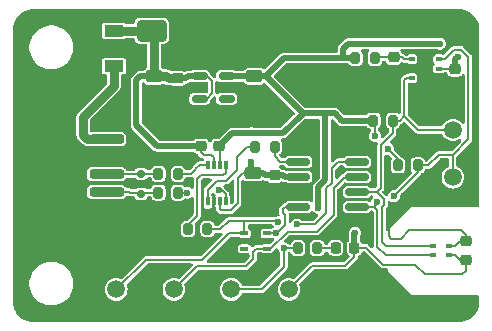
<source format=gbr>
G04 #@! TF.GenerationSoftware,KiCad,Pcbnew,8.0.2*
G04 #@! TF.CreationDate,2024-05-05T20:12:27+02:00*
G04 #@! TF.ProjectId,sensor_board_voc_temp,73656e73-6f72-45f6-926f-6172645f766f,A*
G04 #@! TF.SameCoordinates,Original*
G04 #@! TF.FileFunction,Copper,L1,Top*
G04 #@! TF.FilePolarity,Positive*
%FSLAX46Y46*%
G04 Gerber Fmt 4.6, Leading zero omitted, Abs format (unit mm)*
G04 Created by KiCad (PCBNEW 8.0.2) date 2024-05-05 20:12:27*
%MOMM*%
%LPD*%
G01*
G04 APERTURE LIST*
G04 Aperture macros list*
%AMRoundRect*
0 Rectangle with rounded corners*
0 $1 Rounding radius*
0 $2 $3 $4 $5 $6 $7 $8 $9 X,Y pos of 4 corners*
0 Add a 4 corners polygon primitive as box body*
4,1,4,$2,$3,$4,$5,$6,$7,$8,$9,$2,$3,0*
0 Add four circle primitives for the rounded corners*
1,1,$1+$1,$2,$3*
1,1,$1+$1,$4,$5*
1,1,$1+$1,$6,$7*
1,1,$1+$1,$8,$9*
0 Add four rect primitives between the rounded corners*
20,1,$1+$1,$2,$3,$4,$5,0*
20,1,$1+$1,$4,$5,$6,$7,0*
20,1,$1+$1,$6,$7,$8,$9,0*
20,1,$1+$1,$8,$9,$2,$3,0*%
%AMOutline5P*
0 Free polygon, 5 corners , with rotation*
0 The origin of the aperture is its center*
0 number of corners: always 5*
0 $1 to $10 corner X, Y*
0 $11 Rotation angle, in degrees counterclockwise*
0 create outline with 5 corners*
4,1,5,$1,$2,$3,$4,$5,$6,$7,$8,$9,$10,$1,$2,$11*%
%AMOutline6P*
0 Free polygon, 6 corners , with rotation*
0 The origin of the aperture is its center*
0 number of corners: always 6*
0 $1 to $12 corner X, Y*
0 $13 Rotation angle, in degrees counterclockwise*
0 create outline with 6 corners*
4,1,6,$1,$2,$3,$4,$5,$6,$7,$8,$9,$10,$11,$12,$1,$2,$13*%
%AMOutline7P*
0 Free polygon, 7 corners , with rotation*
0 The origin of the aperture is its center*
0 number of corners: always 7*
0 $1 to $14 corner X, Y*
0 $15 Rotation angle, in degrees counterclockwise*
0 create outline with 7 corners*
4,1,7,$1,$2,$3,$4,$5,$6,$7,$8,$9,$10,$11,$12,$13,$14,$1,$2,$15*%
%AMOutline8P*
0 Free polygon, 8 corners , with rotation*
0 The origin of the aperture is its center*
0 number of corners: always 8*
0 $1 to $16 corner X, Y*
0 $17 Rotation angle, in degrees counterclockwise*
0 create outline with 8 corners*
4,1,8,$1,$2,$3,$4,$5,$6,$7,$8,$9,$10,$11,$12,$13,$14,$15,$16,$1,$2,$17*%
G04 Aperture macros list end*
G04 #@! TA.AperFunction,SMDPad,CuDef*
%ADD10RoundRect,0.200000X-1.250000X0.200000X-1.250000X-0.200000X1.250000X-0.200000X1.250000X0.200000X0*%
G04 #@! TD*
G04 #@! TA.AperFunction,SMDPad,CuDef*
%ADD11RoundRect,0.250000X-1.650000X0.650000X-1.650000X-0.650000X1.650000X-0.650000X1.650000X0.650000X0*%
G04 #@! TD*
G04 #@! TA.AperFunction,SMDPad,CuDef*
%ADD12RoundRect,0.250000X-1.000000X-0.650000X1.000000X-0.650000X1.000000X0.650000X-1.000000X0.650000X0*%
G04 #@! TD*
G04 #@! TA.AperFunction,SMDPad,CuDef*
%ADD13RoundRect,0.200000X-0.200000X-0.275000X0.200000X-0.275000X0.200000X0.275000X-0.200000X0.275000X0*%
G04 #@! TD*
G04 #@! TA.AperFunction,SMDPad,CuDef*
%ADD14C,1.500000*%
G04 #@! TD*
G04 #@! TA.AperFunction,SMDPad,CuDef*
%ADD15RoundRect,0.225000X0.250000X-0.225000X0.250000X0.225000X-0.250000X0.225000X-0.250000X-0.225000X0*%
G04 #@! TD*
G04 #@! TA.AperFunction,SMDPad,CuDef*
%ADD16RoundRect,0.250000X-0.475000X0.250000X-0.475000X-0.250000X0.475000X-0.250000X0.475000X0.250000X0*%
G04 #@! TD*
G04 #@! TA.AperFunction,SMDPad,CuDef*
%ADD17RoundRect,0.200000X0.200000X0.275000X-0.200000X0.275000X-0.200000X-0.275000X0.200000X-0.275000X0*%
G04 #@! TD*
G04 #@! TA.AperFunction,SMDPad,CuDef*
%ADD18RoundRect,0.150000X0.200000X-0.150000X0.200000X0.150000X-0.200000X0.150000X-0.200000X-0.150000X0*%
G04 #@! TD*
G04 #@! TA.AperFunction,SMDPad,CuDef*
%ADD19RoundRect,0.150000X-0.200000X0.150000X-0.200000X-0.150000X0.200000X-0.150000X0.200000X0.150000X0*%
G04 #@! TD*
G04 #@! TA.AperFunction,SMDPad,CuDef*
%ADD20R,0.500000X0.300000*%
G04 #@! TD*
G04 #@! TA.AperFunction,SMDPad,CuDef*
%ADD21RoundRect,0.218750X-0.218750X-0.256250X0.218750X-0.256250X0.218750X0.256250X-0.218750X0.256250X0*%
G04 #@! TD*
G04 #@! TA.AperFunction,SMDPad,CuDef*
%ADD22R,1.600000X1.000000*%
G04 #@! TD*
G04 #@! TA.AperFunction,SMDPad,CuDef*
%ADD23RoundRect,0.225000X-0.250000X0.225000X-0.250000X-0.225000X0.250000X-0.225000X0.250000X0.225000X0*%
G04 #@! TD*
G04 #@! TA.AperFunction,SMDPad,CuDef*
%ADD24R,0.300000X0.800000*%
G04 #@! TD*
G04 #@! TA.AperFunction,SMDPad,CuDef*
%ADD25RoundRect,0.150000X-0.825000X-0.150000X0.825000X-0.150000X0.825000X0.150000X-0.825000X0.150000X0*%
G04 #@! TD*
G04 #@! TA.AperFunction,SMDPad,CuDef*
%ADD26RoundRect,0.100000X-0.175000X-0.100000X0.175000X-0.100000X0.175000X0.100000X-0.175000X0.100000X0*%
G04 #@! TD*
G04 #@! TA.AperFunction,SMDPad,CuDef*
%ADD27Outline5P,-0.625000X0.550000X-0.325000X0.850000X0.625000X0.850000X0.625000X-0.850000X-0.625000X-0.850000X0.000000*%
G04 #@! TD*
G04 #@! TA.AperFunction,SMDPad,CuDef*
%ADD28RoundRect,0.100000X-0.225000X-0.100000X0.225000X-0.100000X0.225000X0.100000X-0.225000X0.100000X0*%
G04 #@! TD*
G04 #@! TA.AperFunction,SMDPad,CuDef*
%ADD29RoundRect,0.150000X-0.512500X-0.150000X0.512500X-0.150000X0.512500X0.150000X-0.512500X0.150000X0*%
G04 #@! TD*
G04 #@! TA.AperFunction,ViaPad*
%ADD30C,0.600000*%
G04 #@! TD*
G04 #@! TA.AperFunction,Conductor*
%ADD31C,0.500000*%
G04 #@! TD*
G04 #@! TA.AperFunction,Conductor*
%ADD32C,0.200000*%
G04 #@! TD*
G04 #@! TA.AperFunction,Conductor*
%ADD33C,0.750000*%
G04 #@! TD*
G04 APERTURE END LIST*
D10*
X38200000Y-41250000D03*
X38200000Y-42750000D03*
X38200000Y-44250000D03*
X38200000Y-45750000D03*
D11*
X33500000Y-38650000D03*
X33500000Y-48350000D03*
D12*
X42000000Y-32100000D03*
X46000000Y-32100000D03*
D13*
X42575000Y-45800000D03*
X44225000Y-45800000D03*
D14*
X53625000Y-54000000D03*
D15*
X47700000Y-41875000D03*
X47700000Y-40325000D03*
D16*
X42200000Y-35950000D03*
X42200000Y-37850000D03*
D13*
X59250000Y-34400000D03*
X60900000Y-34400000D03*
D17*
X44225000Y-44200000D03*
X42575000Y-44200000D03*
X56025000Y-50500000D03*
X54375000Y-50500000D03*
D18*
X41100000Y-45900000D03*
X41100000Y-47300000D03*
D19*
X41100000Y-44200000D03*
X41100000Y-42800000D03*
D15*
X46200000Y-41875000D03*
X46200000Y-40325000D03*
X68600000Y-51475000D03*
X68600000Y-49925000D03*
D14*
X58500000Y-54000000D03*
D20*
X65800000Y-50300000D03*
X65800000Y-51100000D03*
X67200000Y-51100000D03*
X67200000Y-50300000D03*
D21*
X57577500Y-50460000D03*
X59152500Y-50460000D03*
D22*
X38800000Y-35100000D03*
X38800000Y-32100000D03*
D23*
X62475000Y-34325000D03*
X62475000Y-35875000D03*
D13*
X60775000Y-39700000D03*
X62425000Y-39700000D03*
D23*
X44200000Y-36125000D03*
X44200000Y-37675000D03*
D14*
X43875000Y-54000000D03*
D16*
X50600000Y-44150000D03*
X50600000Y-46050000D03*
X50700000Y-35950000D03*
X50700000Y-37850000D03*
D14*
X67500000Y-44500000D03*
X48750000Y-54000000D03*
D24*
X46750000Y-46550000D03*
X47250000Y-46550000D03*
X47750000Y-46550000D03*
X48250000Y-46550000D03*
X48250000Y-43450000D03*
X47750000Y-43450000D03*
X47250000Y-43450000D03*
X46750000Y-43450000D03*
D25*
X54425000Y-43195000D03*
X54425000Y-44465000D03*
X54425000Y-45735000D03*
X54425000Y-47005000D03*
X59375000Y-47005000D03*
X59375000Y-45735000D03*
X59375000Y-44465000D03*
X59375000Y-43195000D03*
D26*
X64025000Y-34500000D03*
X64025000Y-35300000D03*
X64025000Y-36100000D03*
X66325000Y-36100000D03*
X66325000Y-35300000D03*
X66325000Y-34500000D03*
D27*
X65175000Y-35300000D03*
D28*
X49850000Y-49250000D03*
X49850000Y-49900000D03*
X49850000Y-50550000D03*
X51750000Y-50550000D03*
X51750000Y-49250000D03*
D13*
X62875000Y-43500000D03*
X64525000Y-43500000D03*
D14*
X67500000Y-40500000D03*
X39000000Y-54000000D03*
D23*
X52400000Y-44325000D03*
X52400000Y-45875000D03*
D13*
X50775000Y-41900000D03*
X52425000Y-41900000D03*
D23*
X67675000Y-35325000D03*
X67675000Y-36875000D03*
D17*
X46725000Y-48900000D03*
X45075000Y-48900000D03*
D29*
X46062500Y-35950000D03*
X46062500Y-36900000D03*
X46062500Y-37850000D03*
X48337500Y-37850000D03*
X48337500Y-35950000D03*
D30*
X50471428Y-40767915D03*
X59200000Y-49200000D03*
X60900000Y-41000000D03*
X66400000Y-33200000D03*
X50400000Y-43200000D03*
X67900000Y-34300000D03*
X62000000Y-42100000D03*
X56100000Y-47100000D03*
X48700000Y-45400000D03*
X36000000Y-46000000D03*
X44000000Y-47000000D03*
X41100000Y-48100000D03*
X42200000Y-38900000D03*
X45100000Y-43600000D03*
X44200000Y-38700000D03*
X60500000Y-47800000D03*
X63000000Y-41500000D03*
X40000000Y-43300000D03*
X50600000Y-38900000D03*
X50400000Y-47100000D03*
X63500000Y-40500000D03*
X43900000Y-48400000D03*
X42000000Y-47000000D03*
X46500000Y-47600000D03*
X62700000Y-37000000D03*
X52400000Y-46900000D03*
X47300000Y-47600000D03*
X52400000Y-51400000D03*
X62100000Y-48000000D03*
X43000000Y-47000000D03*
X36000000Y-42000000D03*
X53500000Y-42000000D03*
X59500000Y-42000000D03*
X60000000Y-49500000D03*
X60500000Y-54000000D03*
X40000000Y-42300000D03*
X40500000Y-45000000D03*
X61800000Y-37000000D03*
X36000000Y-43000000D03*
X58500000Y-42000000D03*
X36000000Y-45000000D03*
X36000000Y-44000000D03*
X41100000Y-41900000D03*
X44700000Y-50200000D03*
X54500000Y-42000000D03*
X62000000Y-45200000D03*
X43900000Y-49400000D03*
X54900000Y-47900000D03*
X68000000Y-38000000D03*
X48800000Y-49900000D03*
X46500000Y-44900000D03*
X42000000Y-43000000D03*
X55900000Y-43800000D03*
X67000000Y-38000000D03*
X57000000Y-49000000D03*
X60500000Y-42000000D03*
X41600000Y-45000000D03*
X55500000Y-42000000D03*
X45000000Y-46600000D03*
X63324265Y-46124265D03*
X47800000Y-32100000D03*
X43000000Y-43000000D03*
X44000000Y-43000000D03*
X54300000Y-48500000D03*
X52700000Y-48300000D03*
X52550000Y-49201471D03*
X53200000Y-50500000D03*
X61075735Y-46624265D03*
X62500000Y-46100000D03*
X45000000Y-45800000D03*
X47700000Y-45600000D03*
D31*
X56708235Y-44738395D02*
X56708235Y-39108235D01*
D32*
X62875000Y-42975000D02*
X62000000Y-42100000D01*
X66325000Y-35300000D02*
X67650000Y-35300000D01*
D31*
X50471428Y-40767915D02*
X48832085Y-40767915D01*
D32*
X47750000Y-46550000D02*
X47750000Y-47200000D01*
D31*
X47725000Y-41875000D02*
X47700000Y-41875000D01*
D32*
X68600000Y-52400000D02*
X68300000Y-52700000D01*
D31*
X54425000Y-44465000D02*
X53265000Y-44465000D01*
D32*
X47750000Y-47200000D02*
X47850000Y-47300000D01*
X61600000Y-51900000D02*
X60160000Y-50460000D01*
X68600000Y-51475000D02*
X68075000Y-51475000D01*
X59152500Y-51247500D02*
X58400000Y-52000000D01*
D31*
X50700000Y-35950000D02*
X51650000Y-35950000D01*
X67675000Y-35325000D02*
X67675000Y-34525000D01*
X66400000Y-33200000D02*
X58600000Y-33200000D01*
D32*
X47850000Y-47300000D02*
X48700000Y-47300000D01*
D31*
X50400000Y-44150000D02*
X51450000Y-44150000D01*
X60775000Y-39700000D02*
X58100000Y-39700000D01*
X58200000Y-34400000D02*
X59250000Y-34400000D01*
X58600000Y-33200000D02*
X58200000Y-33600000D01*
X59152500Y-49247500D02*
X59200000Y-49200000D01*
D32*
X47750000Y-43450000D02*
X47750000Y-41925000D01*
X49300000Y-46700000D02*
X49300000Y-44565686D01*
D31*
X54800000Y-39100000D02*
X54700000Y-39200000D01*
X67675000Y-34525000D02*
X67900000Y-34300000D01*
X50471428Y-40767915D02*
X53132085Y-40767915D01*
X53265000Y-44465000D02*
X53125000Y-44325000D01*
D32*
X67650000Y-35300000D02*
X67675000Y-35325000D01*
X60900000Y-39825000D02*
X60775000Y-39700000D01*
X68600000Y-51475000D02*
X68600000Y-52400000D01*
X60160000Y-50460000D02*
X59152500Y-50460000D01*
D31*
X51650000Y-35950000D02*
X53200000Y-34400000D01*
X56700000Y-39100000D02*
X54800000Y-39100000D01*
X53132085Y-40767915D02*
X54700000Y-39200000D01*
D32*
X53625000Y-53975000D02*
X53625000Y-54000000D01*
X68075000Y-51475000D02*
X67700000Y-51100000D01*
X67700000Y-51100000D02*
X67200000Y-51100000D01*
D31*
X58200000Y-33600000D02*
X58200000Y-34400000D01*
X48337500Y-35950000D02*
X50700000Y-35950000D01*
X51450000Y-44150000D02*
X51625000Y-44325000D01*
D32*
X47750000Y-41925000D02*
X47700000Y-41875000D01*
D31*
X56708235Y-39108235D02*
X56700000Y-39100000D01*
X58200000Y-34400000D02*
X53200000Y-34400000D01*
X59152500Y-50460000D02*
X59152500Y-49247500D01*
X56100000Y-47100000D02*
X56100000Y-45346630D01*
D32*
X65100000Y-52700000D02*
X64300000Y-51900000D01*
X60900000Y-41000000D02*
X60900000Y-39825000D01*
X49715686Y-44150000D02*
X50600000Y-44150000D01*
D31*
X57500000Y-39100000D02*
X56700000Y-39100000D01*
D32*
X68300000Y-52700000D02*
X65100000Y-52700000D01*
D31*
X58100000Y-39700000D02*
X57500000Y-39100000D01*
D32*
X55600000Y-52000000D02*
X53625000Y-53975000D01*
X59152500Y-50460000D02*
X59152500Y-51247500D01*
D31*
X56100000Y-45346630D02*
X56708235Y-44738395D01*
D32*
X49300000Y-44565686D02*
X49715686Y-44150000D01*
X64300000Y-51900000D02*
X61600000Y-51900000D01*
D31*
X54700000Y-39000000D02*
X54700000Y-39200000D01*
X48832085Y-40767915D02*
X47725000Y-41875000D01*
X53125000Y-44325000D02*
X52400000Y-44325000D01*
X51625000Y-44325000D02*
X52400000Y-44325000D01*
D32*
X48700000Y-47300000D02*
X49300000Y-46700000D01*
X62875000Y-43500000D02*
X62875000Y-42975000D01*
D31*
X51650000Y-35950000D02*
X54700000Y-39000000D01*
D32*
X58400000Y-52000000D02*
X55600000Y-52000000D01*
D31*
X50400000Y-44150000D02*
X50400000Y-43200000D01*
D32*
X41100000Y-42800000D02*
X41100000Y-41900000D01*
D31*
X50400000Y-46050000D02*
X52225000Y-46050000D01*
D32*
X67550000Y-36875000D02*
X67675000Y-36875000D01*
X63100000Y-49700000D02*
X63800000Y-49000000D01*
X67200000Y-50300000D02*
X67700000Y-50300000D01*
X63800000Y-49000000D02*
X68200000Y-49000000D01*
D31*
X52540000Y-45735000D02*
X52400000Y-45875000D01*
D32*
X62100000Y-48000000D02*
X62100000Y-49500000D01*
X63000000Y-35875000D02*
X62475000Y-35875000D01*
D31*
X54425000Y-45735000D02*
X52540000Y-45735000D01*
D32*
X64025000Y-35300000D02*
X63575000Y-35300000D01*
X62300000Y-49700000D02*
X63100000Y-49700000D01*
X64025000Y-35300000D02*
X65175000Y-35300000D01*
D31*
X52225000Y-46050000D02*
X52400000Y-45875000D01*
D32*
X50700000Y-38800000D02*
X50600000Y-38900000D01*
X62100000Y-49500000D02*
X62300000Y-49700000D01*
X50700000Y-37850000D02*
X50700000Y-38800000D01*
D31*
X42200000Y-37850000D02*
X42200000Y-38900000D01*
D32*
X68075000Y-49925000D02*
X68600000Y-49925000D01*
X66325000Y-36100000D02*
X65975000Y-36100000D01*
X68200000Y-49000000D02*
X68600000Y-49400000D01*
X41100000Y-47200000D02*
X41100000Y-48100000D01*
X50400000Y-46050000D02*
X50400000Y-47100000D01*
X66775000Y-36100000D02*
X67550000Y-36875000D01*
D31*
X42200000Y-37850000D02*
X43250000Y-37850000D01*
D32*
X63575000Y-35300000D02*
X63000000Y-35875000D01*
X52400000Y-45875000D02*
X52400000Y-46900000D01*
X65975000Y-36100000D02*
X65175000Y-35300000D01*
D31*
X43250000Y-37850000D02*
X43425000Y-37675000D01*
D32*
X66325000Y-36100000D02*
X66775000Y-36100000D01*
D31*
X44975000Y-36900000D02*
X46062500Y-36900000D01*
X44200000Y-37675000D02*
X44200000Y-38700000D01*
D32*
X68600000Y-49400000D02*
X68600000Y-49925000D01*
X67700000Y-50300000D02*
X68075000Y-49925000D01*
X49850000Y-49900000D02*
X48800000Y-49900000D01*
X46000000Y-32100000D02*
X47800000Y-32100000D01*
D31*
X43425000Y-37675000D02*
X44200000Y-37675000D01*
D32*
X58500000Y-54000000D02*
X60500000Y-54000000D01*
D31*
X44200000Y-37675000D02*
X44975000Y-36900000D01*
D33*
X42200000Y-32300000D02*
X42000000Y-32100000D01*
D31*
X45050000Y-35950000D02*
X44875000Y-36125000D01*
D33*
X42200000Y-35950000D02*
X42200000Y-32300000D01*
D31*
X41050000Y-35950000D02*
X40700000Y-36300000D01*
D32*
X47100000Y-37400000D02*
X47100000Y-36325001D01*
X47100000Y-36325001D02*
X46724999Y-35950000D01*
D33*
X38800000Y-32100000D02*
X42000000Y-32100000D01*
X42200000Y-35950000D02*
X43250000Y-35950000D01*
X43425000Y-36125000D02*
X44200000Y-36125000D01*
D31*
X42200000Y-35950000D02*
X41050000Y-35950000D01*
D32*
X47050000Y-42600000D02*
X46400000Y-42600000D01*
D33*
X43250000Y-35950000D02*
X43425000Y-36125000D01*
D32*
X46650000Y-37850000D02*
X47100000Y-37400000D01*
D31*
X40700000Y-40100000D02*
X42475000Y-41875000D01*
X42475000Y-41875000D02*
X46200000Y-41875000D01*
D32*
X47250000Y-42800000D02*
X47050000Y-42600000D01*
D31*
X46062500Y-35950000D02*
X45050000Y-35950000D01*
X44875000Y-36125000D02*
X44200000Y-36125000D01*
D32*
X47250000Y-43450000D02*
X47250000Y-42800000D01*
X46200000Y-42400000D02*
X46200000Y-41875000D01*
D31*
X40700000Y-36300000D02*
X40700000Y-40100000D01*
D32*
X46724999Y-35950000D02*
X46062500Y-35950000D01*
X46062500Y-37850000D02*
X46650000Y-37850000D01*
X46400000Y-42600000D02*
X46200000Y-42400000D01*
X57258235Y-44966212D02*
X57258235Y-43741765D01*
X46300000Y-51500000D02*
X41500000Y-51500000D01*
X57258235Y-43741765D02*
X57805000Y-43195000D01*
X49850000Y-48250000D02*
X49900000Y-48200000D01*
X49850000Y-49250000D02*
X49850000Y-48250000D01*
X48550000Y-49250000D02*
X46300000Y-51500000D01*
X57805000Y-43195000D02*
X59375000Y-43195000D01*
X56800000Y-45424448D02*
X57258235Y-44966212D01*
X56800000Y-47500000D02*
X56800000Y-45424448D01*
X49900000Y-48200000D02*
X52600000Y-48200000D01*
X54300000Y-48500000D02*
X55800000Y-48500000D01*
X46725000Y-48900000D02*
X47825000Y-48900000D01*
X52600000Y-48200000D02*
X52700000Y-48300000D01*
X41500000Y-51500000D02*
X39000000Y-54000000D01*
X55800000Y-48500000D02*
X56800000Y-47500000D01*
X48525000Y-48200000D02*
X49900000Y-48200000D01*
X49850000Y-49250000D02*
X48550000Y-49250000D01*
X47825000Y-48900000D02*
X48525000Y-48200000D01*
X53300000Y-48548529D02*
X53300000Y-47700000D01*
X53200000Y-52100000D02*
X53200000Y-50500000D01*
X53100000Y-47200000D02*
X53295000Y-47005000D01*
X51300000Y-54000000D02*
X53200000Y-52100000D01*
X52598529Y-49250000D02*
X53300000Y-48548529D01*
X53100000Y-47500000D02*
X53100000Y-47200000D01*
X54375000Y-50500000D02*
X53200000Y-50500000D01*
X53295000Y-47005000D02*
X54425000Y-47005000D01*
X53300000Y-47700000D02*
X53100000Y-47500000D01*
X51750000Y-49250000D02*
X52598529Y-49250000D01*
X48750000Y-54000000D02*
X51300000Y-54000000D01*
X54430000Y-47000000D02*
X54425000Y-47005000D01*
X40950000Y-44250000D02*
X41100000Y-44100000D01*
X41200000Y-44300000D02*
X41100000Y-44200000D01*
X38200000Y-44250000D02*
X40950000Y-44250000D01*
X38250000Y-44300000D02*
X38200000Y-44250000D01*
X41100000Y-44200000D02*
X42575000Y-44200000D01*
X50600000Y-51400000D02*
X49950000Y-52050000D01*
X56000000Y-49100000D02*
X57400000Y-47700000D01*
X50850000Y-50550000D02*
X50600000Y-50800000D01*
X50600000Y-50800000D02*
X50600000Y-51400000D01*
X43875000Y-54000000D02*
X45825000Y-52050000D01*
X53500000Y-49100000D02*
X56000000Y-49100000D01*
X52050000Y-50550000D02*
X53500000Y-49100000D01*
X45825000Y-52050000D02*
X49950000Y-52050000D01*
X51750000Y-50550000D02*
X52050000Y-50550000D01*
X51750000Y-50550000D02*
X50850000Y-50550000D01*
X57400000Y-45390134D02*
X58325134Y-44465000D01*
X57400000Y-47700000D02*
X57400000Y-45390134D01*
X58325134Y-44465000D02*
X59375000Y-44465000D01*
D33*
X36550000Y-41250000D02*
X36200000Y-40900000D01*
X38800000Y-36800000D02*
X38800000Y-35100000D01*
X36200000Y-39400000D02*
X38800000Y-36800000D01*
X36200000Y-40900000D02*
X36200000Y-39400000D01*
X38200000Y-41250000D02*
X36550000Y-41250000D01*
D32*
X52895000Y-43195000D02*
X54425000Y-43195000D01*
X52425000Y-42725000D02*
X52895000Y-43195000D01*
X52425000Y-41900000D02*
X52425000Y-42725000D01*
X40150000Y-45750000D02*
X38200000Y-45750000D01*
X40200000Y-45800000D02*
X41100000Y-45800000D01*
X41100000Y-45800000D02*
X42575000Y-45800000D01*
X40150000Y-45750000D02*
X40200000Y-45800000D01*
X67500000Y-40500000D02*
X64550000Y-40500000D01*
X63000000Y-39700000D02*
X62425000Y-39700000D01*
X64025000Y-36100000D02*
X63575000Y-36100000D01*
X61035000Y-45735000D02*
X59375000Y-45735000D01*
X61400000Y-45370000D02*
X61035000Y-45735000D01*
X62425000Y-40775000D02*
X61400000Y-41800000D01*
X63375000Y-36300000D02*
X63375000Y-39325000D01*
X61500000Y-47048529D02*
X61675735Y-46872794D01*
X64550000Y-40500000D02*
X63375000Y-39325000D01*
X63375000Y-39325000D02*
X63000000Y-39700000D01*
X61675735Y-46872794D02*
X61675735Y-46375736D01*
X61800000Y-50300000D02*
X61500000Y-50000000D01*
X61500000Y-50000000D02*
X61500000Y-47048529D01*
X62425000Y-39700000D02*
X62425000Y-40775000D01*
X65800000Y-50300000D02*
X61800000Y-50300000D01*
X63575000Y-36100000D02*
X63375000Y-36300000D01*
X61675735Y-46375736D02*
X61035000Y-45735000D01*
X61400000Y-41800000D02*
X61400000Y-45370000D01*
X65400000Y-43500000D02*
X64525000Y-43500000D01*
X67500000Y-42600000D02*
X67500000Y-44500000D01*
X66800000Y-34500000D02*
X67600000Y-33700000D01*
X65400000Y-43500000D02*
X66300000Y-42600000D01*
X68800000Y-34300000D02*
X68800000Y-41300000D01*
X60800000Y-47000000D02*
X60795000Y-47005000D01*
X66300000Y-42600000D02*
X67500000Y-42600000D01*
X60800000Y-47000000D02*
X61075735Y-46724265D01*
X65800000Y-51100000D02*
X61800000Y-51100000D01*
X68200000Y-33700000D02*
X68800000Y-34300000D01*
X68800000Y-41300000D02*
X67500000Y-42600000D01*
X62500000Y-46100000D02*
X64525000Y-44075000D01*
X64525000Y-44075000D02*
X64525000Y-43500000D01*
X61100000Y-47300000D02*
X60800000Y-47000000D01*
X60795000Y-47005000D02*
X59375000Y-47005000D01*
X61800000Y-51100000D02*
X61100000Y-50400000D01*
X66325000Y-34500000D02*
X66800000Y-34500000D01*
X67600000Y-33700000D02*
X68200000Y-33700000D01*
X61100000Y-50400000D02*
X61100000Y-47300000D01*
X61075735Y-46724265D02*
X61075735Y-46624265D01*
X63200000Y-34325000D02*
X62475000Y-34325000D01*
X64025000Y-34500000D02*
X63375000Y-34500000D01*
X63375000Y-34500000D02*
X63200000Y-34325000D01*
X60975000Y-34325000D02*
X60900000Y-34400000D01*
X62475000Y-34325000D02*
X60975000Y-34325000D01*
X56025000Y-50500000D02*
X57537500Y-50500000D01*
X57537500Y-50500000D02*
X57577500Y-50460000D01*
X48250000Y-43450000D02*
X48250000Y-44100000D01*
X48050000Y-44300000D02*
X46200000Y-44300000D01*
X48250000Y-44100000D02*
X48050000Y-44300000D01*
X45850000Y-47750000D02*
X45075000Y-48525000D01*
X45850000Y-44650000D02*
X45850000Y-47750000D01*
X45075000Y-48525000D02*
X45075000Y-48900000D01*
X46200000Y-44300000D02*
X45850000Y-44650000D01*
X46750000Y-43450000D02*
X46050000Y-43450000D01*
X45700000Y-43848529D02*
X45348529Y-44200000D01*
X46050000Y-43450000D02*
X45700000Y-43800000D01*
X45348529Y-44200000D02*
X44225000Y-44200000D01*
X45700000Y-43800000D02*
X45700000Y-43848529D01*
X44600000Y-45800000D02*
X43925000Y-45800000D01*
X48250000Y-45900000D02*
X48250000Y-46550000D01*
X47950000Y-45600000D02*
X48250000Y-45900000D01*
X47700000Y-45600000D02*
X47950000Y-45600000D01*
X44225000Y-45800000D02*
X45000000Y-45800000D01*
X49200000Y-42800000D02*
X50100000Y-41900000D01*
X49200000Y-43900000D02*
X49200000Y-42800000D01*
X46750000Y-45550000D02*
X47500000Y-44800000D01*
X46750000Y-46550000D02*
X46750000Y-45550000D01*
X47500000Y-44800000D02*
X48300000Y-44800000D01*
X50100000Y-41900000D02*
X50775000Y-41900000D01*
X48300000Y-44800000D02*
X49200000Y-43900000D01*
G04 #@! TA.AperFunction,Conductor*
G36*
X68004418Y-30250816D02*
G01*
X68240140Y-30267674D01*
X68257641Y-30270191D01*
X68484229Y-30319482D01*
X68501188Y-30324461D01*
X68638672Y-30375740D01*
X68718462Y-30405501D01*
X68734555Y-30412851D01*
X68938068Y-30523977D01*
X68952951Y-30533542D01*
X69138579Y-30672501D01*
X69151950Y-30684087D01*
X69315912Y-30848049D01*
X69327498Y-30861420D01*
X69466457Y-31047048D01*
X69476022Y-31061931D01*
X69587148Y-31265444D01*
X69594498Y-31281537D01*
X69675535Y-31498803D01*
X69680519Y-31515779D01*
X69729807Y-31742352D01*
X69732325Y-31759864D01*
X69749184Y-31995581D01*
X69749500Y-32004427D01*
X69749500Y-46876000D01*
X69729815Y-46943039D01*
X69677011Y-46988794D01*
X69625500Y-47000000D01*
X68564498Y-47000000D01*
X68558711Y-46999433D01*
X68518329Y-46999479D01*
X68506035Y-46998882D01*
X68474967Y-46995822D01*
X68462815Y-46997019D01*
X68462795Y-46996821D01*
X68444383Y-46999562D01*
X68057737Y-47000000D01*
X63999999Y-47000000D01*
X62012181Y-48987819D01*
X61950858Y-49021304D01*
X61881166Y-49016320D01*
X61825233Y-48974448D01*
X61800816Y-48908984D01*
X61800500Y-48900138D01*
X61800500Y-47224362D01*
X61820185Y-47157323D01*
X61836819Y-47136681D01*
X61852448Y-47121052D01*
X61916195Y-47057305D01*
X61955756Y-46988783D01*
X61976235Y-46912356D01*
X61976235Y-46585431D01*
X61995920Y-46518392D01*
X62048724Y-46472637D01*
X62117882Y-46462693D01*
X62167275Y-46481116D01*
X62168870Y-46482141D01*
X62168872Y-46482143D01*
X62219107Y-46514427D01*
X62289948Y-46559954D01*
X62428036Y-46600499D01*
X62428038Y-46600500D01*
X62428039Y-46600500D01*
X62571962Y-46600500D01*
X62571962Y-46600499D01*
X62679776Y-46568843D01*
X62710050Y-46559954D01*
X62710050Y-46559953D01*
X62710053Y-46559953D01*
X62831128Y-46482143D01*
X62925377Y-46373373D01*
X62985165Y-46242457D01*
X63005647Y-46100000D01*
X63004339Y-46090905D01*
X63014279Y-46021749D01*
X63039392Y-45985577D01*
X64765460Y-44259511D01*
X64792602Y-44212498D01*
X64843167Y-44164283D01*
X64843694Y-44164013D01*
X64850301Y-44160646D01*
X64850304Y-44160646D01*
X64963342Y-44103050D01*
X65053050Y-44013342D01*
X65110646Y-43900304D01*
X65110646Y-43900302D01*
X65110647Y-43900301D01*
X65113663Y-43891020D01*
X65116174Y-43891836D01*
X65139820Y-43841963D01*
X65199134Y-43805034D01*
X65232360Y-43800500D01*
X65439560Y-43800500D01*
X65439562Y-43800500D01*
X65515989Y-43780021D01*
X65584511Y-43740460D01*
X65640460Y-43684511D01*
X66388152Y-42936819D01*
X66449475Y-42903334D01*
X66475833Y-42900500D01*
X67075500Y-42900500D01*
X67142539Y-42920185D01*
X67188294Y-42972989D01*
X67199500Y-43024500D01*
X67199500Y-43508537D01*
X67179815Y-43575576D01*
X67133953Y-43617895D01*
X66969376Y-43705862D01*
X66969373Y-43705864D01*
X66824642Y-43824642D01*
X66705864Y-43969373D01*
X66705862Y-43969376D01*
X66617604Y-44134497D01*
X66563253Y-44313666D01*
X66563252Y-44313668D01*
X66544901Y-44500000D01*
X66563252Y-44686331D01*
X66563253Y-44686333D01*
X66617604Y-44865502D01*
X66705862Y-45030623D01*
X66705864Y-45030626D01*
X66824642Y-45175357D01*
X66969373Y-45294135D01*
X66969376Y-45294137D01*
X67055265Y-45340045D01*
X67134499Y-45382396D01*
X67304627Y-45434004D01*
X67313666Y-45436746D01*
X67313668Y-45436747D01*
X67330374Y-45438392D01*
X67500000Y-45455099D01*
X67686331Y-45436747D01*
X67865501Y-45382396D01*
X68030625Y-45294136D01*
X68175357Y-45175357D01*
X68294136Y-45030625D01*
X68382396Y-44865501D01*
X68436747Y-44686331D01*
X68455099Y-44500000D01*
X68436747Y-44313669D01*
X68382396Y-44134499D01*
X68377067Y-44124529D01*
X68294137Y-43969376D01*
X68294135Y-43969373D01*
X68175357Y-43824642D01*
X68030626Y-43705864D01*
X68030623Y-43705862D01*
X67866047Y-43617895D01*
X67816203Y-43568933D01*
X67800500Y-43508537D01*
X67800500Y-42775833D01*
X67820185Y-42708794D01*
X67836819Y-42688152D01*
X68424973Y-42099998D01*
X69040460Y-41484511D01*
X69080022Y-41415988D01*
X69100500Y-41339562D01*
X69100500Y-41260438D01*
X69100500Y-34260438D01*
X69080021Y-34184011D01*
X69080017Y-34184004D01*
X69040464Y-34115495D01*
X69040458Y-34115487D01*
X68384512Y-33459541D01*
X68384504Y-33459535D01*
X68315995Y-33419982D01*
X68315990Y-33419979D01*
X68290513Y-33413152D01*
X68239562Y-33399500D01*
X67560438Y-33399500D01*
X67522224Y-33409739D01*
X67484009Y-33419979D01*
X67484004Y-33419982D01*
X67415495Y-33459535D01*
X67415487Y-33459541D01*
X66770613Y-34104415D01*
X66709290Y-34137900D01*
X66639598Y-34132916D01*
X66632854Y-34130172D01*
X66605407Y-34118052D01*
X66569992Y-34102415D01*
X66544865Y-34099500D01*
X66105143Y-34099500D01*
X66105117Y-34099502D01*
X66080012Y-34102413D01*
X66080008Y-34102415D01*
X65977235Y-34147793D01*
X65897794Y-34227234D01*
X65852415Y-34330006D01*
X65852415Y-34330008D01*
X65849500Y-34355131D01*
X65849500Y-34644856D01*
X65849502Y-34644882D01*
X65852413Y-34669987D01*
X65852415Y-34669991D01*
X65897793Y-34772764D01*
X65937348Y-34812319D01*
X65970833Y-34873642D01*
X65965849Y-34943334D01*
X65937348Y-34987681D01*
X65897794Y-35027234D01*
X65852415Y-35130006D01*
X65852415Y-35130008D01*
X65849500Y-35155131D01*
X65849500Y-35444856D01*
X65849502Y-35444882D01*
X65852413Y-35469987D01*
X65852415Y-35469991D01*
X65897793Y-35572764D01*
X65897794Y-35572765D01*
X65977235Y-35652206D01*
X66080009Y-35697585D01*
X66105135Y-35700500D01*
X66544864Y-35700499D01*
X66544879Y-35700497D01*
X66544882Y-35700497D01*
X66569987Y-35697586D01*
X66569988Y-35697585D01*
X66569991Y-35697585D01*
X66672765Y-35652206D01*
X66688152Y-35636819D01*
X66749475Y-35603334D01*
X66775833Y-35600500D01*
X66898343Y-35600500D01*
X66965382Y-35620185D01*
X67011137Y-35672989D01*
X67014445Y-35681486D01*
X67025108Y-35702413D01*
X67076472Y-35803220D01*
X67076474Y-35803222D01*
X67076476Y-35803225D01*
X67171774Y-35898523D01*
X67171778Y-35898526D01*
X67171780Y-35898528D01*
X67291874Y-35959719D01*
X67291876Y-35959719D01*
X67291878Y-35959720D01*
X67391507Y-35975500D01*
X67391512Y-35975500D01*
X67958493Y-35975500D01*
X68058121Y-35959720D01*
X68058121Y-35959719D01*
X68058126Y-35959719D01*
X68178220Y-35898528D01*
X68273528Y-35803220D01*
X68273529Y-35803216D01*
X68275177Y-35800950D01*
X68277895Y-35798853D01*
X68280429Y-35796320D01*
X68280756Y-35796647D01*
X68330504Y-35758280D01*
X68400116Y-35752296D01*
X68461914Y-35784897D01*
X68496275Y-35845734D01*
X68499500Y-35873828D01*
X68499500Y-39873054D01*
X68479815Y-39940093D01*
X68427011Y-39985848D01*
X68357853Y-39995792D01*
X68294297Y-39966767D01*
X68279647Y-39951719D01*
X68175357Y-39824642D01*
X68030626Y-39705864D01*
X68030623Y-39705862D01*
X67865502Y-39617604D01*
X67686333Y-39563253D01*
X67686331Y-39563252D01*
X67500000Y-39544901D01*
X67313668Y-39563252D01*
X67313666Y-39563253D01*
X67134497Y-39617604D01*
X66969376Y-39705862D01*
X66969373Y-39705864D01*
X66824642Y-39824642D01*
X66705864Y-39969373D01*
X66705862Y-39969376D01*
X66617895Y-40133953D01*
X66568933Y-40183797D01*
X66508537Y-40199500D01*
X64725833Y-40199500D01*
X64658794Y-40179815D01*
X64638152Y-40163181D01*
X63711819Y-39236848D01*
X63678334Y-39175525D01*
X63675500Y-39149167D01*
X63675500Y-36624381D01*
X63695185Y-36557342D01*
X63747989Y-36511587D01*
X63801554Y-36501548D01*
X63801554Y-36500500D01*
X63805134Y-36500499D01*
X63805135Y-36500500D01*
X64244864Y-36500499D01*
X64244879Y-36500497D01*
X64244882Y-36500497D01*
X64269987Y-36497586D01*
X64269988Y-36497585D01*
X64269991Y-36497585D01*
X64372765Y-36452206D01*
X64452206Y-36372765D01*
X64497585Y-36269991D01*
X64500500Y-36244865D01*
X64500499Y-35955136D01*
X64500497Y-35955117D01*
X64497586Y-35930012D01*
X64497585Y-35930010D01*
X64497585Y-35930009D01*
X64452206Y-35827235D01*
X64372765Y-35747794D01*
X64365423Y-35744552D01*
X64269992Y-35702415D01*
X64244865Y-35699500D01*
X63805143Y-35699500D01*
X63805117Y-35699502D01*
X63780012Y-35702413D01*
X63780008Y-35702415D01*
X63677235Y-35747793D01*
X63677234Y-35747794D01*
X63661848Y-35763181D01*
X63600525Y-35796666D01*
X63574167Y-35799500D01*
X63535438Y-35799500D01*
X63459010Y-35819978D01*
X63390489Y-35859540D01*
X63390486Y-35859542D01*
X63134541Y-36115487D01*
X63134535Y-36115495D01*
X63094982Y-36184004D01*
X63094979Y-36184009D01*
X63074500Y-36260439D01*
X63074500Y-39008745D01*
X63054815Y-39075784D01*
X63002011Y-39121539D01*
X62932853Y-39131483D01*
X62869297Y-39102458D01*
X62863525Y-39097083D01*
X62863345Y-39096953D01*
X62863342Y-39096950D01*
X62764594Y-39046635D01*
X62750301Y-39039352D01*
X62656524Y-39024500D01*
X62193482Y-39024500D01*
X62112519Y-39037323D01*
X62099696Y-39039354D01*
X61986658Y-39096950D01*
X61986657Y-39096951D01*
X61986652Y-39096954D01*
X61896954Y-39186652D01*
X61896951Y-39186657D01*
X61896950Y-39186658D01*
X61883436Y-39213181D01*
X61839352Y-39299698D01*
X61824500Y-39393475D01*
X61824500Y-40006517D01*
X61833048Y-40060486D01*
X61839354Y-40100304D01*
X61896950Y-40213342D01*
X61896952Y-40213344D01*
X61896954Y-40213347D01*
X61986652Y-40303045D01*
X61986654Y-40303046D01*
X61986658Y-40303050D01*
X62056796Y-40338787D01*
X62107591Y-40386761D01*
X62124500Y-40449271D01*
X62124500Y-40599167D01*
X62104815Y-40666206D01*
X62088181Y-40686848D01*
X61607059Y-41167969D01*
X61545736Y-41201454D01*
X61476044Y-41196470D01*
X61420111Y-41154598D01*
X61395694Y-41089134D01*
X61396639Y-41062647D01*
X61405647Y-41000000D01*
X61385165Y-40857543D01*
X61325377Y-40726627D01*
X61325375Y-40726625D01*
X61325374Y-40726622D01*
X61230787Y-40617462D01*
X61201762Y-40553906D01*
X61200500Y-40536260D01*
X61200500Y-40367254D01*
X61220185Y-40300215D01*
X61236814Y-40279577D01*
X61303050Y-40213342D01*
X61360646Y-40100304D01*
X61360646Y-40100302D01*
X61360647Y-40100301D01*
X61375499Y-40006524D01*
X61375500Y-40006519D01*
X61375499Y-39393482D01*
X61360646Y-39299696D01*
X61303050Y-39186658D01*
X61303046Y-39186654D01*
X61303045Y-39186652D01*
X61213347Y-39096954D01*
X61213344Y-39096952D01*
X61213342Y-39096950D01*
X61114594Y-39046635D01*
X61100301Y-39039352D01*
X61006524Y-39024500D01*
X60543482Y-39024500D01*
X60462519Y-39037323D01*
X60449696Y-39039354D01*
X60336658Y-39096950D01*
X60336657Y-39096951D01*
X60336652Y-39096954D01*
X60246950Y-39186657D01*
X60241214Y-39194552D01*
X60238940Y-39192899D01*
X60201454Y-39232591D01*
X60138943Y-39249500D01*
X58337965Y-39249500D01*
X58270926Y-39229815D01*
X58250284Y-39213181D01*
X57776616Y-38739513D01*
X57776614Y-38739511D01*
X57725250Y-38709856D01*
X57673888Y-38680201D01*
X57661780Y-38676957D01*
X57649673Y-38673713D01*
X57649670Y-38673712D01*
X57611478Y-38663478D01*
X57559309Y-38649500D01*
X57559308Y-38649500D01*
X55037965Y-38649500D01*
X54970926Y-38629815D01*
X54950284Y-38613181D01*
X52374784Y-36037681D01*
X52341299Y-35976358D01*
X52346283Y-35906666D01*
X52374784Y-35862319D01*
X53350284Y-34886819D01*
X53411607Y-34853334D01*
X53437965Y-34850500D01*
X58140691Y-34850500D01*
X58259309Y-34850500D01*
X58613943Y-34850500D01*
X58680982Y-34870185D01*
X58714206Y-34906906D01*
X58716214Y-34905448D01*
X58721950Y-34913343D01*
X58811652Y-35003045D01*
X58811654Y-35003046D01*
X58811658Y-35003050D01*
X58924694Y-35060645D01*
X58924698Y-35060647D01*
X59018475Y-35075499D01*
X59018481Y-35075500D01*
X59481518Y-35075499D01*
X59575304Y-35060646D01*
X59688342Y-35003050D01*
X59778050Y-34913342D01*
X59835646Y-34800304D01*
X59835646Y-34800302D01*
X59835647Y-34800301D01*
X59850499Y-34706524D01*
X59850500Y-34706519D01*
X59850499Y-34093482D01*
X59835646Y-33999696D01*
X59778050Y-33886658D01*
X59778046Y-33886654D01*
X59778045Y-33886652D01*
X59753574Y-33862181D01*
X59720089Y-33800858D01*
X59725073Y-33731166D01*
X59766945Y-33675233D01*
X59832409Y-33650816D01*
X59841255Y-33650500D01*
X60308745Y-33650500D01*
X60375784Y-33670185D01*
X60421539Y-33722989D01*
X60431483Y-33792147D01*
X60402458Y-33855703D01*
X60396426Y-33862181D01*
X60371954Y-33886652D01*
X60371951Y-33886657D01*
X60371950Y-33886658D01*
X60352751Y-33924337D01*
X60314352Y-33999698D01*
X60299500Y-34093475D01*
X60299500Y-34706517D01*
X60304146Y-34735849D01*
X60314354Y-34800304D01*
X60371950Y-34913342D01*
X60371952Y-34913344D01*
X60371954Y-34913347D01*
X60461652Y-35003045D01*
X60461654Y-35003046D01*
X60461658Y-35003050D01*
X60574694Y-35060645D01*
X60574698Y-35060647D01*
X60668475Y-35075499D01*
X60668481Y-35075500D01*
X61131518Y-35075499D01*
X61225304Y-35060646D01*
X61338342Y-35003050D01*
X61428050Y-34913342D01*
X61485646Y-34800304D01*
X61492173Y-34759097D01*
X61496766Y-34730101D01*
X61526696Y-34666967D01*
X61586007Y-34630036D01*
X61619239Y-34625500D01*
X61709932Y-34625500D01*
X61776971Y-34645185D01*
X61820415Y-34693203D01*
X61876472Y-34803220D01*
X61876474Y-34803222D01*
X61876476Y-34803225D01*
X61971774Y-34898523D01*
X61971778Y-34898526D01*
X61971780Y-34898528D01*
X62091874Y-34959719D01*
X62091876Y-34959719D01*
X62091878Y-34959720D01*
X62191507Y-34975500D01*
X62191512Y-34975500D01*
X62758493Y-34975500D01*
X62858121Y-34959720D01*
X62858121Y-34959719D01*
X62858126Y-34959719D01*
X62978220Y-34898528D01*
X63073528Y-34803220D01*
X63073530Y-34803214D01*
X63074584Y-34801766D01*
X63076327Y-34800421D01*
X63080429Y-34796320D01*
X63080958Y-34796849D01*
X63129911Y-34759097D01*
X63199524Y-34753114D01*
X63236904Y-34767257D01*
X63259011Y-34780021D01*
X63335438Y-34800500D01*
X63414562Y-34800500D01*
X63574167Y-34800500D01*
X63641206Y-34820185D01*
X63661848Y-34836819D01*
X63677235Y-34852206D01*
X63780009Y-34897585D01*
X63805135Y-34900500D01*
X64244864Y-34900499D01*
X64244879Y-34900497D01*
X64244882Y-34900497D01*
X64269987Y-34897586D01*
X64269988Y-34897585D01*
X64269991Y-34897585D01*
X64372765Y-34852206D01*
X64452206Y-34772765D01*
X64497585Y-34669991D01*
X64500500Y-34644865D01*
X64500499Y-34355136D01*
X64500497Y-34355117D01*
X64497586Y-34330012D01*
X64497585Y-34330010D01*
X64497585Y-34330009D01*
X64452206Y-34227235D01*
X64372765Y-34147794D01*
X64350357Y-34137900D01*
X64269992Y-34102415D01*
X64244865Y-34099500D01*
X63805143Y-34099500D01*
X63805117Y-34099502D01*
X63780012Y-34102413D01*
X63780008Y-34102415D01*
X63677235Y-34147793D01*
X63677234Y-34147794D01*
X63661848Y-34163181D01*
X63600525Y-34196666D01*
X63574167Y-34199500D01*
X63550833Y-34199500D01*
X63483794Y-34179815D01*
X63463152Y-34163181D01*
X63384512Y-34084541D01*
X63384511Y-34084540D01*
X63353285Y-34066512D01*
X63353285Y-34066511D01*
X63353281Y-34066510D01*
X63340269Y-34058997D01*
X63315990Y-34044979D01*
X63315991Y-34044979D01*
X63239559Y-34024499D01*
X63231503Y-34023439D01*
X63231687Y-34022039D01*
X63173029Y-34004815D01*
X63129583Y-33956795D01*
X63125866Y-33949500D01*
X63073528Y-33846780D01*
X63073526Y-33846778D01*
X63069097Y-33838085D01*
X63070409Y-33837416D01*
X63050488Y-33781574D01*
X63066316Y-33713520D01*
X63116424Y-33664828D01*
X63174286Y-33650500D01*
X66142273Y-33650500D01*
X66181004Y-33658926D01*
X66181437Y-33657455D01*
X66328036Y-33700499D01*
X66328038Y-33700500D01*
X66328039Y-33700500D01*
X66471962Y-33700500D01*
X66471962Y-33700499D01*
X66610053Y-33659953D01*
X66731128Y-33582143D01*
X66825377Y-33473373D01*
X66885165Y-33342457D01*
X66905647Y-33200000D01*
X66885165Y-33057543D01*
X66825377Y-32926627D01*
X66731128Y-32817857D01*
X66610053Y-32740047D01*
X66610051Y-32740046D01*
X66610049Y-32740045D01*
X66610050Y-32740045D01*
X66471963Y-32699500D01*
X66471961Y-32699500D01*
X66328039Y-32699500D01*
X66328036Y-32699500D01*
X66181437Y-32742545D01*
X66181004Y-32741073D01*
X66142273Y-32749500D01*
X58540691Y-32749500D01*
X58426114Y-32780201D01*
X58426112Y-32780202D01*
X58426110Y-32780202D01*
X58384433Y-32804265D01*
X58323392Y-32839506D01*
X58323384Y-32839512D01*
X57839513Y-33323383D01*
X57839509Y-33323389D01*
X57780201Y-33426112D01*
X57780200Y-33426117D01*
X57749500Y-33540691D01*
X57749500Y-33825500D01*
X57729815Y-33892539D01*
X57677011Y-33938294D01*
X57625500Y-33949500D01*
X53140691Y-33949500D01*
X53056907Y-33971949D01*
X53056907Y-33971950D01*
X53026113Y-33980201D01*
X53026112Y-33980201D01*
X53026110Y-33980202D01*
X52923386Y-34039511D01*
X52923383Y-34039513D01*
X51623177Y-35339718D01*
X51561854Y-35373203D01*
X51492162Y-35368219D01*
X51461864Y-35351808D01*
X51387882Y-35297207D01*
X51387880Y-35297206D01*
X51259700Y-35252353D01*
X51229270Y-35249500D01*
X51229266Y-35249500D01*
X50170734Y-35249500D01*
X50170730Y-35249500D01*
X50140300Y-35252353D01*
X50140298Y-35252353D01*
X50012119Y-35297206D01*
X50012117Y-35297207D01*
X49902848Y-35377851D01*
X49850241Y-35449133D01*
X49794594Y-35491384D01*
X49750471Y-35499500D01*
X49062052Y-35499500D01*
X49007592Y-35486901D01*
X48951391Y-35459426D01*
X48883261Y-35449500D01*
X48883260Y-35449500D01*
X47791740Y-35449500D01*
X47791739Y-35449500D01*
X47723608Y-35459426D01*
X47618514Y-35510803D01*
X47535803Y-35593514D01*
X47484426Y-35698608D01*
X47474500Y-35766739D01*
X47474500Y-35975168D01*
X47454815Y-36042207D01*
X47402011Y-36087962D01*
X47332853Y-36097906D01*
X47269297Y-36068881D01*
X47262819Y-36062849D01*
X46944895Y-35744925D01*
X46921645Y-35706357D01*
X46919802Y-35707259D01*
X46915573Y-35698608D01*
X46915573Y-35698607D01*
X46864198Y-35593517D01*
X46864196Y-35593515D01*
X46864196Y-35593514D01*
X46781485Y-35510803D01*
X46676391Y-35459426D01*
X46608261Y-35449500D01*
X46608260Y-35449500D01*
X45516740Y-35449500D01*
X45516739Y-35449500D01*
X45448608Y-35459426D01*
X45392408Y-35486901D01*
X45337948Y-35499500D01*
X44990691Y-35499500D01*
X44876114Y-35530201D01*
X44876112Y-35530201D01*
X44876112Y-35530202D01*
X44839272Y-35551472D01*
X44839270Y-35551473D01*
X44833199Y-35554978D01*
X44765298Y-35571449D01*
X44713184Y-35553412D01*
X44711915Y-35555903D01*
X44703221Y-35551473D01*
X44703220Y-35551472D01*
X44583126Y-35490281D01*
X44583124Y-35490280D01*
X44583121Y-35490279D01*
X44483493Y-35474500D01*
X44483488Y-35474500D01*
X43916512Y-35474500D01*
X43916507Y-35474500D01*
X43816876Y-35490279D01*
X43756228Y-35521180D01*
X43687559Y-35534075D01*
X43622819Y-35507797D01*
X43612255Y-35498375D01*
X43603367Y-35489487D01*
X43603365Y-35489485D01*
X43526111Y-35444882D01*
X43472136Y-35413719D01*
X43398950Y-35394109D01*
X43325766Y-35374500D01*
X43325765Y-35374500D01*
X43033413Y-35374500D01*
X42966374Y-35354815D01*
X42959798Y-35350283D01*
X42887882Y-35297207D01*
X42887881Y-35297206D01*
X42858544Y-35286941D01*
X42801769Y-35246219D01*
X42776022Y-35181266D01*
X42775500Y-35169900D01*
X42775500Y-33324500D01*
X42795185Y-33257461D01*
X42847989Y-33211706D01*
X42899500Y-33200500D01*
X43054270Y-33200500D01*
X43084699Y-33197646D01*
X43084701Y-33197646D01*
X43148790Y-33175219D01*
X43212882Y-33152793D01*
X43322150Y-33072150D01*
X43402793Y-32962882D01*
X43425219Y-32898790D01*
X43447646Y-32834701D01*
X43447646Y-32834699D01*
X43449225Y-32817857D01*
X43450500Y-32804266D01*
X43450500Y-31395734D01*
X43447646Y-31365301D01*
X43447646Y-31365300D01*
X43447646Y-31365298D01*
X43402793Y-31237119D01*
X43402792Y-31237117D01*
X43322150Y-31127850D01*
X43212882Y-31047207D01*
X43212880Y-31047206D01*
X43084700Y-31002353D01*
X43054270Y-30999500D01*
X43054266Y-30999500D01*
X40945734Y-30999500D01*
X40945730Y-30999500D01*
X40915300Y-31002353D01*
X40915298Y-31002353D01*
X40787119Y-31047206D01*
X40787117Y-31047207D01*
X40677850Y-31127850D01*
X40597207Y-31237117D01*
X40597206Y-31237119D01*
X40552353Y-31365298D01*
X40552353Y-31365300D01*
X40549500Y-31395730D01*
X40549500Y-31400500D01*
X40529815Y-31467539D01*
X40477011Y-31513294D01*
X40425500Y-31524500D01*
X39856971Y-31524500D01*
X39789932Y-31504815D01*
X39753869Y-31469391D01*
X39744552Y-31455447D01*
X39678230Y-31411132D01*
X39678229Y-31411131D01*
X39619752Y-31399500D01*
X39619748Y-31399500D01*
X37980252Y-31399500D01*
X37980247Y-31399500D01*
X37921770Y-31411131D01*
X37921769Y-31411132D01*
X37855447Y-31455447D01*
X37811132Y-31521769D01*
X37811131Y-31521770D01*
X37799500Y-31580247D01*
X37799500Y-32619752D01*
X37811131Y-32678229D01*
X37811132Y-32678230D01*
X37855447Y-32744552D01*
X37921769Y-32788867D01*
X37921770Y-32788868D01*
X37980247Y-32800499D01*
X37980250Y-32800500D01*
X37980252Y-32800500D01*
X39619750Y-32800500D01*
X39619751Y-32800499D01*
X39634568Y-32797552D01*
X39678229Y-32788868D01*
X39678229Y-32788867D01*
X39678231Y-32788867D01*
X39744552Y-32744552D01*
X39753869Y-32730609D01*
X39807482Y-32685804D01*
X39856971Y-32675500D01*
X40425500Y-32675500D01*
X40492539Y-32695185D01*
X40538294Y-32747989D01*
X40549500Y-32799500D01*
X40549500Y-32804265D01*
X40552353Y-32834699D01*
X40552353Y-32834701D01*
X40584521Y-32926628D01*
X40597207Y-32962882D01*
X40677850Y-33072150D01*
X40787118Y-33152793D01*
X40829845Y-33167744D01*
X40915299Y-33197646D01*
X40945730Y-33200500D01*
X40945734Y-33200500D01*
X41500500Y-33200500D01*
X41567539Y-33220185D01*
X41613294Y-33272989D01*
X41624500Y-33324500D01*
X41624500Y-35169900D01*
X41604815Y-35236939D01*
X41552011Y-35282694D01*
X41541456Y-35286941D01*
X41512118Y-35297207D01*
X41402848Y-35377851D01*
X41350241Y-35449133D01*
X41294594Y-35491384D01*
X41250471Y-35499500D01*
X40990691Y-35499500D01*
X40900325Y-35523713D01*
X40900324Y-35523712D01*
X40876115Y-35530200D01*
X40876106Y-35530204D01*
X40773392Y-35589505D01*
X40773384Y-35589511D01*
X40339513Y-36023383D01*
X40339509Y-36023389D01*
X40280200Y-36126113D01*
X40276349Y-36140489D01*
X40249500Y-36240691D01*
X40249500Y-40159309D01*
X40265757Y-40219981D01*
X40280199Y-40273885D01*
X40303169Y-40313669D01*
X40339511Y-40376614D01*
X42198386Y-42235489D01*
X42301113Y-42294799D01*
X42318653Y-42299498D01*
X42318656Y-42299500D01*
X42318657Y-42299500D01*
X42339162Y-42304994D01*
X42415691Y-42325500D01*
X45522389Y-42325500D01*
X45589428Y-42345185D01*
X45610070Y-42361819D01*
X45696774Y-42448523D01*
X45696778Y-42448526D01*
X45696780Y-42448528D01*
X45816874Y-42509719D01*
X45816876Y-42509719D01*
X45816878Y-42509720D01*
X45867955Y-42517810D01*
X45931089Y-42547739D01*
X45955944Y-42578283D01*
X45959540Y-42584511D01*
X46215489Y-42840460D01*
X46284012Y-42880022D01*
X46309843Y-42886943D01*
X46369504Y-42923307D01*
X46400034Y-42986154D01*
X46399471Y-43024125D01*
X46400097Y-43024187D01*
X46398903Y-43036312D01*
X46396397Y-43036065D01*
X46379815Y-43092539D01*
X46327011Y-43138294D01*
X46275500Y-43149500D01*
X46010438Y-43149500D01*
X45934010Y-43169978D01*
X45865489Y-43209540D01*
X45865486Y-43209542D01*
X45459541Y-43615487D01*
X45459537Y-43615492D01*
X45419979Y-43684009D01*
X45416872Y-43691512D01*
X45414550Y-43690550D01*
X45389323Y-43734233D01*
X45260375Y-43863182D01*
X45199055Y-43896666D01*
X45172696Y-43899500D01*
X44932360Y-43899500D01*
X44865321Y-43879815D01*
X44819566Y-43827011D01*
X44814088Y-43808842D01*
X44813663Y-43808981D01*
X44810647Y-43799699D01*
X44810646Y-43799697D01*
X44810646Y-43799696D01*
X44753050Y-43686658D01*
X44753046Y-43686654D01*
X44753045Y-43686652D01*
X44663347Y-43596954D01*
X44663344Y-43596952D01*
X44663342Y-43596950D01*
X44586517Y-43557805D01*
X44550301Y-43539352D01*
X44456524Y-43524500D01*
X43993482Y-43524500D01*
X43912519Y-43537323D01*
X43899696Y-43539354D01*
X43786658Y-43596950D01*
X43786657Y-43596951D01*
X43786652Y-43596954D01*
X43696954Y-43686652D01*
X43696951Y-43686657D01*
X43696950Y-43686658D01*
X43690407Y-43699500D01*
X43639352Y-43799698D01*
X43624500Y-43893475D01*
X43624500Y-44506517D01*
X43634144Y-44567409D01*
X43639354Y-44600304D01*
X43696950Y-44713342D01*
X43696952Y-44713344D01*
X43696954Y-44713347D01*
X43786652Y-44803045D01*
X43786654Y-44803046D01*
X43786658Y-44803050D01*
X43888315Y-44854847D01*
X43899698Y-44860647D01*
X43993475Y-44875499D01*
X43993481Y-44875500D01*
X44456518Y-44875499D01*
X44550304Y-44860646D01*
X44663342Y-44803050D01*
X44753050Y-44713342D01*
X44810646Y-44600304D01*
X44810646Y-44600302D01*
X44810647Y-44600301D01*
X44813663Y-44591020D01*
X44816174Y-44591836D01*
X44839820Y-44541963D01*
X44899134Y-44505034D01*
X44932360Y-44500500D01*
X45388089Y-44500500D01*
X45388091Y-44500500D01*
X45393405Y-44499076D01*
X45463253Y-44500737D01*
X45521116Y-44539897D01*
X45548623Y-44604125D01*
X45549500Y-44618850D01*
X45549500Y-45337415D01*
X45529815Y-45404454D01*
X45477011Y-45450209D01*
X45407853Y-45460153D01*
X45344297Y-45431128D01*
X45331789Y-45418620D01*
X45331128Y-45417857D01*
X45210053Y-45340047D01*
X45210051Y-45340046D01*
X45210049Y-45340045D01*
X45210050Y-45340045D01*
X45071963Y-45299500D01*
X45071961Y-45299500D01*
X44928039Y-45299500D01*
X44873286Y-45315576D01*
X44803416Y-45315575D01*
X44750672Y-45284279D01*
X44663347Y-45196954D01*
X44663344Y-45196952D01*
X44663342Y-45196950D01*
X44570217Y-45149500D01*
X44550301Y-45139352D01*
X44456524Y-45124500D01*
X43993482Y-45124500D01*
X43912519Y-45137323D01*
X43899696Y-45139354D01*
X43786658Y-45196950D01*
X43786657Y-45196951D01*
X43786652Y-45196954D01*
X43696954Y-45286652D01*
X43696951Y-45286657D01*
X43696950Y-45286658D01*
X43677751Y-45324337D01*
X43639352Y-45399698D01*
X43624500Y-45493475D01*
X43624500Y-46106517D01*
X43630375Y-46143608D01*
X43639354Y-46200304D01*
X43696950Y-46313342D01*
X43696952Y-46313344D01*
X43696954Y-46313347D01*
X43786652Y-46403045D01*
X43786654Y-46403046D01*
X43786658Y-46403050D01*
X43899694Y-46460645D01*
X43899698Y-46460647D01*
X43993475Y-46475499D01*
X43993481Y-46475500D01*
X44456518Y-46475499D01*
X44550304Y-46460646D01*
X44663342Y-46403050D01*
X44750673Y-46315718D01*
X44811994Y-46282235D01*
X44873288Y-46284424D01*
X44928038Y-46300500D01*
X44928039Y-46300500D01*
X45071962Y-46300500D01*
X45071962Y-46300499D01*
X45210053Y-46259953D01*
X45331128Y-46182143D01*
X45331785Y-46181384D01*
X45332628Y-46180842D01*
X45337828Y-46176337D01*
X45338475Y-46177084D01*
X45390560Y-46143608D01*
X45460429Y-46143605D01*
X45519209Y-46181377D01*
X45548237Y-46244931D01*
X45549500Y-46262584D01*
X45549500Y-47574166D01*
X45529815Y-47641205D01*
X45513181Y-47661847D01*
X44986846Y-48188181D01*
X44925523Y-48221666D01*
X44899167Y-48224500D01*
X44843483Y-48224500D01*
X44764550Y-48237001D01*
X44749696Y-48239354D01*
X44636658Y-48296950D01*
X44636657Y-48296951D01*
X44636652Y-48296954D01*
X44546954Y-48386652D01*
X44546951Y-48386657D01*
X44546950Y-48386658D01*
X44529134Y-48421623D01*
X44489352Y-48499698D01*
X44474500Y-48593475D01*
X44474500Y-49206517D01*
X44483296Y-49262055D01*
X44489354Y-49300304D01*
X44546950Y-49413342D01*
X44546952Y-49413344D01*
X44546954Y-49413347D01*
X44636652Y-49503045D01*
X44636654Y-49503046D01*
X44636658Y-49503050D01*
X44749694Y-49560645D01*
X44749698Y-49560647D01*
X44843475Y-49575499D01*
X44843481Y-49575500D01*
X45306518Y-49575499D01*
X45400304Y-49560646D01*
X45513342Y-49503050D01*
X45603050Y-49413342D01*
X45660646Y-49300304D01*
X45660646Y-49300302D01*
X45660647Y-49300301D01*
X45675499Y-49206524D01*
X45675500Y-49206519D01*
X45675499Y-48593482D01*
X45660646Y-48499696D01*
X45655853Y-48490290D01*
X45642956Y-48421623D01*
X45669230Y-48356882D01*
X45678646Y-48346323D01*
X46090460Y-47934511D01*
X46130022Y-47865988D01*
X46150500Y-47789562D01*
X46150500Y-47710438D01*
X46150500Y-44825833D01*
X46170185Y-44758794D01*
X46186819Y-44738152D01*
X46288152Y-44636819D01*
X46349475Y-44603334D01*
X46375833Y-44600500D01*
X46975167Y-44600500D01*
X47042206Y-44620185D01*
X47087961Y-44672989D01*
X47097905Y-44742147D01*
X47068880Y-44805703D01*
X47062848Y-44812181D01*
X46509541Y-45365487D01*
X46509535Y-45365495D01*
X46469982Y-45434004D01*
X46469979Y-45434009D01*
X46456689Y-45483608D01*
X46453760Y-45494542D01*
X46449500Y-45510439D01*
X46449500Y-45976734D01*
X46429815Y-46043773D01*
X46428603Y-46045624D01*
X46411132Y-46071770D01*
X46411131Y-46071773D01*
X46399500Y-46130247D01*
X46399500Y-46969752D01*
X46411131Y-47028229D01*
X46411132Y-47028230D01*
X46455447Y-47094552D01*
X46521769Y-47138867D01*
X46521770Y-47138868D01*
X46580247Y-47150499D01*
X46580250Y-47150500D01*
X46580252Y-47150500D01*
X46919750Y-47150500D01*
X46919751Y-47150499D01*
X46934568Y-47147552D01*
X46978229Y-47138868D01*
X46978229Y-47138867D01*
X46978231Y-47138867D01*
X47044552Y-47094552D01*
X47088867Y-47028231D01*
X47088867Y-47028229D01*
X47088868Y-47028229D01*
X47100499Y-46969752D01*
X47100500Y-46969750D01*
X47100500Y-46130249D01*
X47100499Y-46130247D01*
X47088868Y-46071773D01*
X47088867Y-46071770D01*
X47088867Y-46071769D01*
X47071396Y-46045622D01*
X47050520Y-45978947D01*
X47050500Y-45976734D01*
X47050500Y-45946936D01*
X47070185Y-45879897D01*
X47122989Y-45834142D01*
X47192147Y-45824198D01*
X47255703Y-45853223D01*
X47267980Y-45867393D01*
X47268815Y-45866670D01*
X47274622Y-45873372D01*
X47274623Y-45873373D01*
X47368872Y-45982143D01*
X47368873Y-45982144D01*
X47374680Y-45988845D01*
X47372797Y-45990476D01*
X47403420Y-46038116D01*
X47406063Y-46097252D01*
X47401503Y-46120185D01*
X47399500Y-46130253D01*
X47399500Y-46969752D01*
X47411131Y-47028228D01*
X47428602Y-47054374D01*
X47449480Y-47121052D01*
X47449500Y-47123266D01*
X47449500Y-47239562D01*
X47454010Y-47256393D01*
X47469979Y-47315990D01*
X47475288Y-47325185D01*
X47500768Y-47369318D01*
X47500771Y-47369322D01*
X47509537Y-47384507D01*
X47509539Y-47384510D01*
X47509540Y-47384511D01*
X47609540Y-47484511D01*
X47665489Y-47540460D01*
X47665491Y-47540461D01*
X47665495Y-47540464D01*
X47734004Y-47580017D01*
X47734011Y-47580021D01*
X47810438Y-47600500D01*
X47810440Y-47600500D01*
X48739560Y-47600500D01*
X48739562Y-47600500D01*
X48815989Y-47580021D01*
X48884511Y-47540460D01*
X48940460Y-47484511D01*
X49540460Y-46884511D01*
X49540748Y-46884012D01*
X49580021Y-46815989D01*
X49600500Y-46739562D01*
X49600500Y-44818438D01*
X49620185Y-44751399D01*
X49672989Y-44705644D01*
X49742147Y-44695700D01*
X49798134Y-44718668D01*
X49802847Y-44722146D01*
X49802850Y-44722150D01*
X49912118Y-44802793D01*
X49949822Y-44815986D01*
X50040299Y-44847646D01*
X50070730Y-44850500D01*
X50070734Y-44850500D01*
X51129270Y-44850500D01*
X51159699Y-44847646D01*
X51159701Y-44847646D01*
X51240350Y-44819425D01*
X51287882Y-44802793D01*
X51340963Y-44763617D01*
X51406591Y-44739647D01*
X51446690Y-44743613D01*
X51451112Y-44744797D01*
X51451114Y-44744799D01*
X51565691Y-44775500D01*
X51722389Y-44775500D01*
X51789428Y-44795185D01*
X51810070Y-44811819D01*
X51896774Y-44898523D01*
X51896778Y-44898526D01*
X51896780Y-44898528D01*
X52016874Y-44959719D01*
X52016876Y-44959719D01*
X52016878Y-44959720D01*
X52116507Y-44975500D01*
X52116512Y-44975500D01*
X52683493Y-44975500D01*
X52783121Y-44959720D01*
X52783121Y-44959719D01*
X52783126Y-44959719D01*
X52903220Y-44898528D01*
X52913415Y-44888331D01*
X52974736Y-44854847D01*
X53044428Y-44859829D01*
X53063098Y-44868625D01*
X53091112Y-44884799D01*
X53099683Y-44887095D01*
X53112236Y-44890458D01*
X53112239Y-44890460D01*
X53112240Y-44890460D01*
X53131988Y-44895751D01*
X53205691Y-44915500D01*
X53387948Y-44915500D01*
X53442407Y-44928098D01*
X53498607Y-44955573D01*
X53527063Y-44959719D01*
X53566739Y-44965500D01*
X53566740Y-44965500D01*
X55283261Y-44965500D01*
X55322937Y-44959719D01*
X55351393Y-44955573D01*
X55456483Y-44904198D01*
X55539198Y-44821483D01*
X55590573Y-44716393D01*
X55600500Y-44648260D01*
X55600500Y-44281740D01*
X55590573Y-44213607D01*
X55539198Y-44108517D01*
X55539196Y-44108515D01*
X55539196Y-44108514D01*
X55456485Y-44025803D01*
X55351391Y-43974426D01*
X55283261Y-43964500D01*
X55283260Y-43964500D01*
X53566740Y-43964500D01*
X53566739Y-43964500D01*
X53498603Y-43974427D01*
X53498329Y-43974512D01*
X53497988Y-43974516D01*
X53489078Y-43975815D01*
X53488907Y-43974644D01*
X53428466Y-43975491D01*
X53399731Y-43963423D01*
X53298890Y-43905202D01*
X53298891Y-43905202D01*
X53289649Y-43902725D01*
X53255150Y-43893482D01*
X53255147Y-43893481D01*
X53225207Y-43885458D01*
X53184309Y-43874500D01*
X53184308Y-43874500D01*
X53077611Y-43874500D01*
X53010572Y-43854815D01*
X52989930Y-43838181D01*
X52903225Y-43751476D01*
X52903221Y-43751473D01*
X52903220Y-43751472D01*
X52861046Y-43729983D01*
X52810252Y-43682011D01*
X52793457Y-43614190D01*
X52815994Y-43548055D01*
X52870709Y-43504603D01*
X52917343Y-43495500D01*
X52934562Y-43495500D01*
X53207003Y-43495500D01*
X53274042Y-43515185D01*
X53307923Y-43547450D01*
X53310805Y-43551487D01*
X53393514Y-43634196D01*
X53393515Y-43634196D01*
X53393517Y-43634198D01*
X53498607Y-43685573D01*
X53530906Y-43690279D01*
X53566739Y-43695500D01*
X53566740Y-43695500D01*
X55283261Y-43695500D01*
X55310631Y-43691512D01*
X55351393Y-43685573D01*
X55456483Y-43634198D01*
X55539198Y-43551483D01*
X55590573Y-43446393D01*
X55600500Y-43378260D01*
X55600500Y-43011740D01*
X55590573Y-42943607D01*
X55539198Y-42838517D01*
X55539196Y-42838515D01*
X55539196Y-42838514D01*
X55456485Y-42755803D01*
X55351391Y-42704426D01*
X55283261Y-42694500D01*
X55283260Y-42694500D01*
X53566740Y-42694500D01*
X53566739Y-42694500D01*
X53498608Y-42704426D01*
X53393514Y-42755803D01*
X53310805Y-42838512D01*
X53307923Y-42842550D01*
X53252949Y-42885674D01*
X53207003Y-42894500D01*
X53070833Y-42894500D01*
X53003794Y-42874815D01*
X52983152Y-42858181D01*
X52828133Y-42703162D01*
X52794648Y-42641839D01*
X52799632Y-42572147D01*
X52841504Y-42516214D01*
X52859516Y-42504999D01*
X52863342Y-42503050D01*
X52953050Y-42413342D01*
X53010646Y-42300304D01*
X53010646Y-42300302D01*
X53010647Y-42300301D01*
X53025499Y-42206524D01*
X53025500Y-42206519D01*
X53025499Y-41593482D01*
X53010646Y-41499696D01*
X52959189Y-41398707D01*
X52946294Y-41330041D01*
X52972570Y-41265300D01*
X53029677Y-41225043D01*
X53069675Y-41218415D01*
X53191393Y-41218415D01*
X53191394Y-41218415D01*
X53262665Y-41199316D01*
X53281751Y-41194203D01*
X53281752Y-41194202D01*
X53281758Y-41194201D01*
X53305972Y-41187714D01*
X53408699Y-41128404D01*
X54950285Y-39586819D01*
X55011608Y-39553334D01*
X55037966Y-39550500D01*
X56133735Y-39550500D01*
X56200774Y-39570185D01*
X56246529Y-39622989D01*
X56257735Y-39674500D01*
X56257735Y-44500430D01*
X56238050Y-44567469D01*
X56221416Y-44588111D01*
X55739513Y-45070013D01*
X55739509Y-45070019D01*
X55680201Y-45172742D01*
X55680200Y-45172747D01*
X55649500Y-45287321D01*
X55649500Y-46462716D01*
X55629815Y-46529755D01*
X55577011Y-46575510D01*
X55507853Y-46585454D01*
X55466433Y-46568843D01*
X55465714Y-46570315D01*
X55456483Y-46565802D01*
X55351393Y-46514427D01*
X55351391Y-46514426D01*
X55283261Y-46504500D01*
X55283260Y-46504500D01*
X53566740Y-46504500D01*
X53566739Y-46504500D01*
X53498608Y-46514426D01*
X53393514Y-46565803D01*
X53310802Y-46648515D01*
X53304832Y-46656878D01*
X53302960Y-46655542D01*
X53265301Y-46696751D01*
X53233135Y-46710476D01*
X53179010Y-46724978D01*
X53110489Y-46764540D01*
X53110486Y-46764542D01*
X52859541Y-47015487D01*
X52859535Y-47015495D01*
X52819982Y-47084004D01*
X52819979Y-47084009D01*
X52817154Y-47094552D01*
X52799500Y-47160438D01*
X52799500Y-47539562D01*
X52804964Y-47559953D01*
X52819979Y-47615990D01*
X52823090Y-47623499D01*
X52821161Y-47624297D01*
X52835015Y-47681399D01*
X52812163Y-47747426D01*
X52757242Y-47790617D01*
X52711155Y-47799500D01*
X52628036Y-47799500D01*
X52489950Y-47840045D01*
X52489948Y-47840045D01*
X52428064Y-47879816D01*
X52361026Y-47899500D01*
X49939562Y-47899500D01*
X48485438Y-47899500D01*
X48447224Y-47909739D01*
X48409009Y-47919979D01*
X48409004Y-47919982D01*
X48340495Y-47959535D01*
X48340487Y-47959541D01*
X47736848Y-48563181D01*
X47675525Y-48596666D01*
X47649167Y-48599500D01*
X47432360Y-48599500D01*
X47365321Y-48579815D01*
X47319566Y-48527011D01*
X47314088Y-48508842D01*
X47313663Y-48508981D01*
X47310647Y-48499699D01*
X47310646Y-48499697D01*
X47310646Y-48499696D01*
X47253050Y-48386658D01*
X47253046Y-48386654D01*
X47253045Y-48386652D01*
X47163347Y-48296954D01*
X47163344Y-48296952D01*
X47163342Y-48296950D01*
X47084648Y-48256853D01*
X47050301Y-48239352D01*
X46956524Y-48224500D01*
X46493482Y-48224500D01*
X46412519Y-48237323D01*
X46399696Y-48239354D01*
X46286658Y-48296950D01*
X46286657Y-48296951D01*
X46286652Y-48296954D01*
X46196954Y-48386652D01*
X46196951Y-48386657D01*
X46196950Y-48386658D01*
X46179134Y-48421623D01*
X46139352Y-48499698D01*
X46124500Y-48593475D01*
X46124500Y-49206517D01*
X46133296Y-49262055D01*
X46139354Y-49300304D01*
X46196950Y-49413342D01*
X46196952Y-49413344D01*
X46196954Y-49413347D01*
X46286652Y-49503045D01*
X46286654Y-49503046D01*
X46286658Y-49503050D01*
X46399694Y-49560645D01*
X46399698Y-49560647D01*
X46493475Y-49575499D01*
X46493481Y-49575500D01*
X46956518Y-49575499D01*
X47050304Y-49560646D01*
X47163342Y-49503050D01*
X47253050Y-49413342D01*
X47310646Y-49300304D01*
X47310646Y-49300302D01*
X47310647Y-49300301D01*
X47313663Y-49291020D01*
X47316174Y-49291836D01*
X47339820Y-49241963D01*
X47399134Y-49205034D01*
X47432360Y-49200500D01*
X47872690Y-49200500D01*
X47872690Y-49203268D01*
X47928372Y-49211941D01*
X47980636Y-49258312D01*
X47999533Y-49325577D01*
X47979065Y-49392381D01*
X47963223Y-49411805D01*
X46211848Y-51163181D01*
X46150525Y-51196666D01*
X46124167Y-51199500D01*
X41460438Y-51199500D01*
X41393039Y-51217559D01*
X41384007Y-51219980D01*
X41332014Y-51249999D01*
X41315492Y-51259537D01*
X41315487Y-51259541D01*
X39488583Y-53086444D01*
X39427260Y-53119929D01*
X39364907Y-53117424D01*
X39186331Y-53063253D01*
X39186329Y-53063252D01*
X39186327Y-53063252D01*
X39000000Y-53044901D01*
X38813668Y-53063252D01*
X38813666Y-53063253D01*
X38634497Y-53117604D01*
X38469376Y-53205862D01*
X38469373Y-53205864D01*
X38324642Y-53324642D01*
X38205864Y-53469373D01*
X38205862Y-53469376D01*
X38117604Y-53634497D01*
X38063253Y-53813666D01*
X38063252Y-53813668D01*
X38044901Y-54000000D01*
X38063252Y-54186331D01*
X38063253Y-54186333D01*
X38117604Y-54365502D01*
X38205862Y-54530623D01*
X38205864Y-54530626D01*
X38324642Y-54675357D01*
X38469373Y-54794135D01*
X38469376Y-54794137D01*
X38634497Y-54882395D01*
X38634499Y-54882396D01*
X38813666Y-54936746D01*
X38813668Y-54936747D01*
X38830374Y-54938392D01*
X39000000Y-54955099D01*
X39186331Y-54936747D01*
X39365501Y-54882396D01*
X39530625Y-54794136D01*
X39675357Y-54675357D01*
X39794136Y-54530625D01*
X39882396Y-54365501D01*
X39936747Y-54186331D01*
X39955099Y-54000000D01*
X39936747Y-53813669D01*
X39882574Y-53635089D01*
X39881952Y-53565224D01*
X39913553Y-53511416D01*
X41588152Y-51836819D01*
X41649475Y-51803334D01*
X41675833Y-51800500D01*
X45350167Y-51800500D01*
X45417206Y-51820185D01*
X45462961Y-51872989D01*
X45472905Y-51942147D01*
X45443880Y-52005703D01*
X45437848Y-52012181D01*
X44363583Y-53086444D01*
X44302260Y-53119929D01*
X44239907Y-53117424D01*
X44061331Y-53063253D01*
X44061329Y-53063252D01*
X44061327Y-53063252D01*
X43875000Y-53044901D01*
X43688668Y-53063252D01*
X43688666Y-53063253D01*
X43509497Y-53117604D01*
X43344376Y-53205862D01*
X43344373Y-53205864D01*
X43199642Y-53324642D01*
X43080864Y-53469373D01*
X43080862Y-53469376D01*
X42992604Y-53634497D01*
X42938253Y-53813666D01*
X42938252Y-53813668D01*
X42919901Y-54000000D01*
X42938252Y-54186331D01*
X42938253Y-54186333D01*
X42992604Y-54365502D01*
X43080862Y-54530623D01*
X43080864Y-54530626D01*
X43199642Y-54675357D01*
X43344373Y-54794135D01*
X43344376Y-54794137D01*
X43509497Y-54882395D01*
X43509499Y-54882396D01*
X43688666Y-54936746D01*
X43688668Y-54936747D01*
X43705374Y-54938392D01*
X43875000Y-54955099D01*
X44061331Y-54936747D01*
X44240501Y-54882396D01*
X44405625Y-54794136D01*
X44550357Y-54675357D01*
X44669136Y-54530625D01*
X44757396Y-54365501D01*
X44811747Y-54186331D01*
X44830099Y-54000000D01*
X44811747Y-53813669D01*
X44757574Y-53635089D01*
X44756952Y-53565224D01*
X44788553Y-53511416D01*
X45913152Y-52386819D01*
X45974475Y-52353334D01*
X46000833Y-52350500D01*
X49989560Y-52350500D01*
X49989562Y-52350500D01*
X50065989Y-52330021D01*
X50134511Y-52290460D01*
X50190460Y-52234511D01*
X50840460Y-51584511D01*
X50880021Y-51515989D01*
X50900500Y-51439562D01*
X50900500Y-50975833D01*
X50920185Y-50908794D01*
X50936819Y-50888152D01*
X50938152Y-50886819D01*
X50999475Y-50853334D01*
X51025833Y-50850500D01*
X51249167Y-50850500D01*
X51316206Y-50870185D01*
X51336848Y-50886819D01*
X51352235Y-50902206D01*
X51455009Y-50947585D01*
X51480135Y-50950500D01*
X52019864Y-50950499D01*
X52019879Y-50950497D01*
X52019882Y-50950497D01*
X52044987Y-50947586D01*
X52044988Y-50947585D01*
X52044991Y-50947585D01*
X52147765Y-50902206D01*
X52227206Y-50822765D01*
X52237609Y-50799203D01*
X52263366Y-50761604D01*
X52290463Y-50734509D01*
X52497896Y-50527075D01*
X52559219Y-50493590D01*
X52628910Y-50498574D01*
X52684844Y-50540445D01*
X52708315Y-50597109D01*
X52714834Y-50642456D01*
X52738777Y-50694882D01*
X52774623Y-50773373D01*
X52868872Y-50882143D01*
X52868875Y-50882144D01*
X52869213Y-50882535D01*
X52898238Y-50946091D01*
X52899500Y-50963738D01*
X52899500Y-51924167D01*
X52879815Y-51991206D01*
X52863181Y-52011848D01*
X51211848Y-53663181D01*
X51150525Y-53696666D01*
X51124167Y-53699500D01*
X49741463Y-53699500D01*
X49674424Y-53679815D01*
X49632105Y-53633953D01*
X49544137Y-53469376D01*
X49544135Y-53469373D01*
X49425357Y-53324642D01*
X49280626Y-53205864D01*
X49280623Y-53205862D01*
X49115502Y-53117604D01*
X48936333Y-53063253D01*
X48936331Y-53063252D01*
X48750000Y-53044901D01*
X48563668Y-53063252D01*
X48563666Y-53063253D01*
X48384497Y-53117604D01*
X48219376Y-53205862D01*
X48219373Y-53205864D01*
X48074642Y-53324642D01*
X47955864Y-53469373D01*
X47955862Y-53469376D01*
X47867604Y-53634497D01*
X47813253Y-53813666D01*
X47813252Y-53813668D01*
X47794901Y-54000000D01*
X47813252Y-54186331D01*
X47813253Y-54186333D01*
X47867604Y-54365502D01*
X47955862Y-54530623D01*
X47955864Y-54530626D01*
X48074642Y-54675357D01*
X48219373Y-54794135D01*
X48219376Y-54794137D01*
X48384497Y-54882395D01*
X48384499Y-54882396D01*
X48563666Y-54936746D01*
X48563668Y-54936747D01*
X48580374Y-54938392D01*
X48750000Y-54955099D01*
X48936331Y-54936747D01*
X49115501Y-54882396D01*
X49280625Y-54794136D01*
X49425357Y-54675357D01*
X49544136Y-54530625D01*
X49558806Y-54503179D01*
X49632105Y-54366047D01*
X49681067Y-54316203D01*
X49741463Y-54300500D01*
X51339560Y-54300500D01*
X51339562Y-54300500D01*
X51415989Y-54280021D01*
X51484511Y-54240460D01*
X51540460Y-54184511D01*
X53440460Y-52284511D01*
X53480022Y-52215988D01*
X53500500Y-52139562D01*
X53500500Y-52060438D01*
X53500500Y-50963738D01*
X53520185Y-50896699D01*
X53530788Y-50882534D01*
X53531125Y-50882144D01*
X53531128Y-50882143D01*
X53564789Y-50843295D01*
X53623568Y-50805522D01*
X53658501Y-50800500D01*
X53667640Y-50800500D01*
X53734679Y-50820185D01*
X53780434Y-50872989D01*
X53785911Y-50891157D01*
X53786337Y-50891019D01*
X53789352Y-50900300D01*
X53789353Y-50900303D01*
X53789354Y-50900304D01*
X53846950Y-51013342D01*
X53846952Y-51013344D01*
X53846954Y-51013347D01*
X53936652Y-51103045D01*
X53936654Y-51103046D01*
X53936658Y-51103050D01*
X54036808Y-51154079D01*
X54049698Y-51160647D01*
X54143475Y-51175499D01*
X54143481Y-51175500D01*
X54606518Y-51175499D01*
X54700304Y-51160646D01*
X54813342Y-51103050D01*
X54903050Y-51013342D01*
X54960646Y-50900304D01*
X54960646Y-50900302D01*
X54960647Y-50900301D01*
X54972927Y-50822763D01*
X54975500Y-50806519D01*
X54975499Y-50193482D01*
X54975498Y-50193475D01*
X55424500Y-50193475D01*
X55424500Y-50806517D01*
X55430979Y-50847422D01*
X55439354Y-50900304D01*
X55496950Y-51013342D01*
X55496952Y-51013344D01*
X55496954Y-51013347D01*
X55586652Y-51103045D01*
X55586654Y-51103046D01*
X55586658Y-51103050D01*
X55686808Y-51154079D01*
X55699698Y-51160647D01*
X55793475Y-51175499D01*
X55793481Y-51175500D01*
X56256518Y-51175499D01*
X56350304Y-51160646D01*
X56463342Y-51103050D01*
X56553050Y-51013342D01*
X56610646Y-50900304D01*
X56610646Y-50900302D01*
X56610647Y-50900301D01*
X56613663Y-50891020D01*
X56616174Y-50891836D01*
X56639820Y-50841963D01*
X56699134Y-50805034D01*
X56732360Y-50800500D01*
X56855155Y-50800500D01*
X56922194Y-50820185D01*
X56965638Y-50868203D01*
X57015342Y-50965751D01*
X57015344Y-50965753D01*
X57015346Y-50965756D01*
X57109243Y-51059653D01*
X57109245Y-51059654D01*
X57109249Y-51059658D01*
X57227580Y-51119951D01*
X57227581Y-51119951D01*
X57227583Y-51119952D01*
X57227582Y-51119952D01*
X57325749Y-51135500D01*
X57325754Y-51135500D01*
X57829251Y-51135500D01*
X57927417Y-51119952D01*
X57927418Y-51119951D01*
X57927420Y-51119951D01*
X58045751Y-51059658D01*
X58139658Y-50965751D01*
X58199951Y-50847420D01*
X58199951Y-50847418D01*
X58199952Y-50847417D01*
X58215500Y-50749251D01*
X58215500Y-50170748D01*
X58199952Y-50072582D01*
X58187977Y-50049080D01*
X58139658Y-49954249D01*
X58139654Y-49954245D01*
X58139653Y-49954243D01*
X58045756Y-49860346D01*
X58045753Y-49860344D01*
X58045751Y-49860342D01*
X57927420Y-49800049D01*
X57927419Y-49800048D01*
X57927416Y-49800047D01*
X57927417Y-49800047D01*
X57829251Y-49784500D01*
X57829246Y-49784500D01*
X57325754Y-49784500D01*
X57325749Y-49784500D01*
X57227582Y-49800047D01*
X57152766Y-49838169D01*
X57109249Y-49860342D01*
X57109248Y-49860343D01*
X57109243Y-49860346D01*
X57015346Y-49954243D01*
X57015343Y-49954248D01*
X57015342Y-49954249D01*
X56955049Y-50072580D01*
X56952764Y-50087011D01*
X56951515Y-50094896D01*
X56921586Y-50158031D01*
X56862275Y-50194963D01*
X56829041Y-50199500D01*
X56732360Y-50199500D01*
X56665321Y-50179815D01*
X56619566Y-50127011D01*
X56614088Y-50108842D01*
X56613663Y-50108981D01*
X56610647Y-50099699D01*
X56610646Y-50099697D01*
X56610646Y-50099696D01*
X56553050Y-49986658D01*
X56553046Y-49986654D01*
X56553045Y-49986652D01*
X56463347Y-49896954D01*
X56463344Y-49896952D01*
X56463342Y-49896950D01*
X56386517Y-49857805D01*
X56350301Y-49839352D01*
X56256524Y-49824500D01*
X55793482Y-49824500D01*
X55712519Y-49837323D01*
X55699696Y-49839354D01*
X55586658Y-49896950D01*
X55586657Y-49896951D01*
X55586652Y-49896954D01*
X55496954Y-49986652D01*
X55496951Y-49986657D01*
X55439352Y-50099698D01*
X55424500Y-50193475D01*
X54975498Y-50193475D01*
X54960646Y-50099696D01*
X54903050Y-49986658D01*
X54903046Y-49986654D01*
X54903045Y-49986652D01*
X54813347Y-49896954D01*
X54813344Y-49896952D01*
X54813342Y-49896950D01*
X54736517Y-49857805D01*
X54700301Y-49839352D01*
X54606524Y-49824500D01*
X54143482Y-49824500D01*
X54062519Y-49837323D01*
X54049696Y-49839354D01*
X53936658Y-49896950D01*
X53936657Y-49896951D01*
X53936652Y-49896954D01*
X53846954Y-49986652D01*
X53846951Y-49986657D01*
X53789352Y-50099698D01*
X53786337Y-50108980D01*
X53783825Y-50108163D01*
X53760180Y-50158037D01*
X53700866Y-50194966D01*
X53667640Y-50199500D01*
X53658501Y-50199500D01*
X53591462Y-50179815D01*
X53564788Y-50156703D01*
X53531128Y-50117857D01*
X53410053Y-50040047D01*
X53410050Y-50040045D01*
X53281943Y-50002430D01*
X53223165Y-49964656D01*
X53194140Y-49901100D01*
X53204084Y-49831942D01*
X53229193Y-49795776D01*
X53588152Y-49436819D01*
X53649475Y-49403334D01*
X53675833Y-49400500D01*
X56039560Y-49400500D01*
X56039562Y-49400500D01*
X56115989Y-49380021D01*
X56184511Y-49340460D01*
X56240460Y-49284511D01*
X57640460Y-47884511D01*
X57647996Y-47871458D01*
X57680021Y-47815989D01*
X57700500Y-47739562D01*
X57700500Y-45565967D01*
X57720185Y-45498928D01*
X57736819Y-45478286D01*
X57997248Y-45217857D01*
X58259013Y-44956091D01*
X58320334Y-44922608D01*
X58390025Y-44927592D01*
X58401147Y-44932371D01*
X58448607Y-44955573D01*
X58516739Y-44965500D01*
X58516740Y-44965500D01*
X60233261Y-44965500D01*
X60272937Y-44959719D01*
X60301393Y-44955573D01*
X60406483Y-44904198D01*
X60489198Y-44821483D01*
X60540573Y-44716393D01*
X60550500Y-44648260D01*
X60550500Y-44281740D01*
X60540573Y-44213607D01*
X60489198Y-44108517D01*
X60489196Y-44108515D01*
X60489196Y-44108514D01*
X60406485Y-44025803D01*
X60301391Y-43974426D01*
X60233261Y-43964500D01*
X60233260Y-43964500D01*
X58516740Y-43964500D01*
X58516739Y-43964500D01*
X58448608Y-43974426D01*
X58343514Y-44025803D01*
X58260804Y-44108514D01*
X58260803Y-44108514D01*
X58245657Y-44139495D01*
X58198527Y-44191076D01*
X58196266Y-44192413D01*
X58182270Y-44200495D01*
X58182265Y-44200497D01*
X58182262Y-44200500D01*
X58169890Y-44207642D01*
X58140623Y-44224539D01*
X58140621Y-44224541D01*
X57770416Y-44594747D01*
X57709093Y-44628232D01*
X57639401Y-44623248D01*
X57583468Y-44581376D01*
X57559051Y-44515912D01*
X57558735Y-44507066D01*
X57558735Y-43917598D01*
X57578420Y-43850559D01*
X57595054Y-43829917D01*
X57893152Y-43531819D01*
X57954475Y-43498334D01*
X57980833Y-43495500D01*
X58157003Y-43495500D01*
X58224042Y-43515185D01*
X58257923Y-43547450D01*
X58260805Y-43551487D01*
X58343514Y-43634196D01*
X58343515Y-43634196D01*
X58343517Y-43634198D01*
X58448607Y-43685573D01*
X58480906Y-43690279D01*
X58516739Y-43695500D01*
X58516740Y-43695500D01*
X60233261Y-43695500D01*
X60260631Y-43691512D01*
X60301393Y-43685573D01*
X60406483Y-43634198D01*
X60489198Y-43551483D01*
X60540573Y-43446393D01*
X60550500Y-43378260D01*
X60550500Y-43011740D01*
X60540573Y-42943607D01*
X60489198Y-42838517D01*
X60489196Y-42838515D01*
X60489196Y-42838514D01*
X60406485Y-42755803D01*
X60301391Y-42704426D01*
X60233261Y-42694500D01*
X60233260Y-42694500D01*
X58516740Y-42694500D01*
X58516739Y-42694500D01*
X58448608Y-42704426D01*
X58343514Y-42755803D01*
X58260805Y-42838512D01*
X58257923Y-42842550D01*
X58202949Y-42885674D01*
X58157003Y-42894500D01*
X57765438Y-42894500D01*
X57734867Y-42902691D01*
X57689008Y-42914979D01*
X57689005Y-42914981D01*
X57653576Y-42935437D01*
X57653575Y-42935438D01*
X57643744Y-42941113D01*
X57620489Y-42954539D01*
X57620487Y-42954541D01*
X57370416Y-43204613D01*
X57309093Y-43238098D01*
X57239401Y-43233114D01*
X57183468Y-43191242D01*
X57159051Y-43125778D01*
X57158735Y-43116932D01*
X57158735Y-39695200D01*
X57178420Y-39628161D01*
X57231224Y-39582406D01*
X57300382Y-39572462D01*
X57363938Y-39601487D01*
X57370416Y-39607519D01*
X57823386Y-40060489D01*
X57926113Y-40119799D01*
X57926112Y-40119799D01*
X57938394Y-40123089D01*
X57947387Y-40125499D01*
X57947389Y-40125500D01*
X57967106Y-40130782D01*
X58040691Y-40150500D01*
X60138943Y-40150500D01*
X60205982Y-40170185D01*
X60239206Y-40206906D01*
X60241214Y-40205448D01*
X60246950Y-40213343D01*
X60336652Y-40303045D01*
X60336654Y-40303046D01*
X60336658Y-40303050D01*
X60449696Y-40360646D01*
X60494898Y-40367805D01*
X60558031Y-40397733D01*
X60594963Y-40457044D01*
X60599500Y-40490278D01*
X60599500Y-40536260D01*
X60579815Y-40603299D01*
X60569213Y-40617462D01*
X60474625Y-40726622D01*
X60474622Y-40726628D01*
X60414834Y-40857543D01*
X60394353Y-41000000D01*
X60414834Y-41142456D01*
X60465486Y-41253367D01*
X60474623Y-41273373D01*
X60568872Y-41382143D01*
X60689947Y-41459953D01*
X60689950Y-41459954D01*
X60689949Y-41459954D01*
X60797107Y-41491417D01*
X60825304Y-41499697D01*
X60828036Y-41500499D01*
X60828038Y-41500500D01*
X60828039Y-41500500D01*
X60971961Y-41500500D01*
X60980581Y-41497969D01*
X61050450Y-41497969D01*
X61109228Y-41535742D01*
X61138254Y-41599298D01*
X61128311Y-41668456D01*
X61122904Y-41678944D01*
X61119981Y-41684006D01*
X61119979Y-41684009D01*
X61099500Y-41760439D01*
X61099500Y-45194167D01*
X61079815Y-45261206D01*
X61063181Y-45281848D01*
X60946848Y-45398181D01*
X60885525Y-45431666D01*
X60859167Y-45434500D01*
X60592997Y-45434500D01*
X60525958Y-45414815D01*
X60492077Y-45382550D01*
X60489194Y-45378512D01*
X60406485Y-45295803D01*
X60387778Y-45286658D01*
X60301393Y-45244427D01*
X60301391Y-45244426D01*
X60233261Y-45234500D01*
X60233260Y-45234500D01*
X58516740Y-45234500D01*
X58516739Y-45234500D01*
X58448608Y-45244426D01*
X58343514Y-45295803D01*
X58260803Y-45378514D01*
X58209426Y-45483608D01*
X58199500Y-45551739D01*
X58199500Y-45918260D01*
X58209426Y-45986390D01*
X58209425Y-45986390D01*
X58260803Y-46091485D01*
X58343514Y-46174196D01*
X58343515Y-46174196D01*
X58343517Y-46174198D01*
X58448607Y-46225573D01*
X58482673Y-46230536D01*
X58516739Y-46235500D01*
X58516740Y-46235500D01*
X60233261Y-46235500D01*
X60255971Y-46232191D01*
X60301393Y-46225573D01*
X60406483Y-46174198D01*
X60489198Y-46091483D01*
X60489200Y-46091477D01*
X60492077Y-46087450D01*
X60547051Y-46044326D01*
X60592997Y-46035500D01*
X60652124Y-46035500D01*
X60719163Y-46055185D01*
X60764918Y-46107989D01*
X60774862Y-46177147D01*
X60745837Y-46240703D01*
X60744607Y-46242121D01*
X60744607Y-46242122D01*
X60729156Y-46259954D01*
X60650358Y-46350891D01*
X60650357Y-46350893D01*
X60590569Y-46481809D01*
X60588070Y-46490321D01*
X60585202Y-46489478D01*
X60562383Y-46539414D01*
X60503596Y-46577174D01*
X60433726Y-46577157D01*
X60414230Y-46569589D01*
X60301391Y-46514426D01*
X60233261Y-46504500D01*
X60233260Y-46504500D01*
X58516740Y-46504500D01*
X58516739Y-46504500D01*
X58448608Y-46514426D01*
X58343514Y-46565803D01*
X58260803Y-46648514D01*
X58209426Y-46753608D01*
X58199500Y-46821739D01*
X58199500Y-47188260D01*
X58209426Y-47256391D01*
X58209427Y-47256393D01*
X58238561Y-47315989D01*
X58260803Y-47361485D01*
X58343514Y-47444196D01*
X58343515Y-47444196D01*
X58343517Y-47444198D01*
X58448607Y-47495573D01*
X58474283Y-47499314D01*
X58516739Y-47505500D01*
X58516740Y-47505500D01*
X60233261Y-47505500D01*
X60255971Y-47502191D01*
X60301393Y-47495573D01*
X60406483Y-47444198D01*
X60489198Y-47361483D01*
X60489200Y-47361477D01*
X60492077Y-47357450D01*
X60547051Y-47314326D01*
X60592997Y-47305500D01*
X60629167Y-47305500D01*
X60696206Y-47325185D01*
X60716848Y-47341819D01*
X60763181Y-47388152D01*
X60796666Y-47449475D01*
X60799500Y-47475833D01*
X60799500Y-50375166D01*
X60779815Y-50442205D01*
X60727011Y-50487960D01*
X60657853Y-50497904D01*
X60594297Y-50468879D01*
X60587819Y-50462847D01*
X60344514Y-50219542D01*
X60337492Y-50215488D01*
X60337491Y-50215487D01*
X60275992Y-50179980D01*
X60275991Y-50179979D01*
X60237775Y-50169739D01*
X60199562Y-50159500D01*
X60199560Y-50159500D01*
X59893284Y-50159500D01*
X59826245Y-50139815D01*
X59780490Y-50087011D01*
X59775352Y-50073817D01*
X59774951Y-50072582D01*
X59774951Y-50072580D01*
X59714658Y-49954249D01*
X59714654Y-49954245D01*
X59714653Y-49954243D01*
X59639319Y-49878909D01*
X59605834Y-49817586D01*
X59603000Y-49791228D01*
X59603000Y-49544601D01*
X59622685Y-49477562D01*
X59622687Y-49477557D01*
X59625369Y-49473381D01*
X59625377Y-49473373D01*
X59685165Y-49342457D01*
X59705647Y-49200000D01*
X59685165Y-49057543D01*
X59625377Y-48926627D01*
X59531128Y-48817857D01*
X59410053Y-48740047D01*
X59410051Y-48740046D01*
X59410049Y-48740045D01*
X59410050Y-48740045D01*
X59271963Y-48699500D01*
X59271961Y-48699500D01*
X59128039Y-48699500D01*
X59128036Y-48699500D01*
X58989949Y-48740045D01*
X58868873Y-48817856D01*
X58868872Y-48817856D01*
X58868872Y-48817857D01*
X58867595Y-48819331D01*
X58774623Y-48926626D01*
X58774622Y-48926628D01*
X58714834Y-49057543D01*
X58694353Y-49199999D01*
X58700738Y-49244408D01*
X58702000Y-49262055D01*
X58702000Y-49791228D01*
X58682315Y-49858267D01*
X58665681Y-49878909D01*
X58590346Y-49954243D01*
X58590343Y-49954248D01*
X58590342Y-49954249D01*
X58573832Y-49986652D01*
X58530047Y-50072582D01*
X58514500Y-50170748D01*
X58514500Y-50749251D01*
X58530047Y-50847417D01*
X58541648Y-50870185D01*
X58590342Y-50965751D01*
X58590344Y-50965753D01*
X58590346Y-50965756D01*
X58684243Y-51059653D01*
X58684246Y-51059655D01*
X58684249Y-51059658D01*
X58685290Y-51060188D01*
X58686325Y-51061166D01*
X58692141Y-51065391D01*
X58691594Y-51066142D01*
X58736085Y-51108164D01*
X58752879Y-51175985D01*
X58730340Y-51242120D01*
X58716674Y-51258353D01*
X58311848Y-51663181D01*
X58250525Y-51696666D01*
X58224167Y-51699500D01*
X55560438Y-51699500D01*
X55484010Y-51719978D01*
X55415489Y-51759540D01*
X55415486Y-51759542D01*
X54094402Y-53080625D01*
X54033079Y-53114110D01*
X53970726Y-53111605D01*
X53868598Y-53080625D01*
X53811331Y-53063253D01*
X53811329Y-53063252D01*
X53811331Y-53063252D01*
X53625000Y-53044901D01*
X53438668Y-53063252D01*
X53438666Y-53063253D01*
X53259497Y-53117604D01*
X53094376Y-53205862D01*
X53094373Y-53205864D01*
X52949642Y-53324642D01*
X52830864Y-53469373D01*
X52830862Y-53469376D01*
X52742604Y-53634497D01*
X52688253Y-53813666D01*
X52688252Y-53813668D01*
X52669901Y-54000000D01*
X52688252Y-54186331D01*
X52688253Y-54186333D01*
X52742604Y-54365502D01*
X52830862Y-54530623D01*
X52830864Y-54530626D01*
X52949642Y-54675357D01*
X53094373Y-54794135D01*
X53094376Y-54794137D01*
X53259497Y-54882395D01*
X53259499Y-54882396D01*
X53438666Y-54936746D01*
X53438668Y-54936747D01*
X53455374Y-54938392D01*
X53625000Y-54955099D01*
X53811331Y-54936747D01*
X53990501Y-54882396D01*
X54155625Y-54794136D01*
X54300357Y-54675357D01*
X54419136Y-54530625D01*
X54507396Y-54365501D01*
X54561747Y-54186331D01*
X54580099Y-54000000D01*
X54561747Y-53813669D01*
X54507396Y-53634499D01*
X54507395Y-53634495D01*
X54505064Y-53628867D01*
X54507605Y-53627814D01*
X54495778Y-53571002D01*
X54520780Y-53505758D01*
X54531697Y-53493273D01*
X55688152Y-52336819D01*
X55749475Y-52303334D01*
X55775833Y-52300500D01*
X58439560Y-52300500D01*
X58439562Y-52300500D01*
X58515989Y-52280021D01*
X58584511Y-52240460D01*
X58640460Y-52184511D01*
X59392960Y-51432011D01*
X59432522Y-51363488D01*
X59453000Y-51287062D01*
X59453000Y-51221118D01*
X59472685Y-51154079D01*
X59520701Y-51110635D01*
X59620751Y-51059658D01*
X59714658Y-50965751D01*
X59774951Y-50847420D01*
X59774952Y-50847411D01*
X59775352Y-50846183D01*
X59776250Y-50844869D01*
X59779381Y-50838725D01*
X59780174Y-50839129D01*
X59814789Y-50788507D01*
X59879147Y-50761308D01*
X59893284Y-50760500D01*
X59984167Y-50760500D01*
X60051206Y-50780185D01*
X60071848Y-50796819D01*
X61415489Y-52140460D01*
X61484012Y-52180022D01*
X61560438Y-52200500D01*
X61876000Y-52200500D01*
X61943039Y-52220185D01*
X61988794Y-52272989D01*
X62000000Y-52324500D01*
X62000000Y-52500000D01*
X64000000Y-54500000D01*
X64235504Y-54500000D01*
X64241289Y-54500566D01*
X64250453Y-54500555D01*
X64250455Y-54500556D01*
X64281665Y-54500520D01*
X64293962Y-54501116D01*
X64325033Y-54504178D01*
X64325037Y-54504176D01*
X64337193Y-54502980D01*
X64337212Y-54503179D01*
X64355620Y-54500436D01*
X64742263Y-54500000D01*
X69625500Y-54500000D01*
X69692539Y-54519685D01*
X69738294Y-54572489D01*
X69749500Y-54624000D01*
X69749500Y-54995572D01*
X69749184Y-55004418D01*
X69732325Y-55240135D01*
X69729807Y-55257647D01*
X69680519Y-55484220D01*
X69675535Y-55501196D01*
X69594498Y-55718462D01*
X69587148Y-55734555D01*
X69476022Y-55938068D01*
X69466457Y-55952951D01*
X69327498Y-56138579D01*
X69315912Y-56151950D01*
X69151950Y-56315912D01*
X69138579Y-56327498D01*
X68952951Y-56466457D01*
X68938068Y-56476022D01*
X68734555Y-56587148D01*
X68718462Y-56594498D01*
X68501196Y-56675535D01*
X68484220Y-56680519D01*
X68257647Y-56729807D01*
X68240135Y-56732325D01*
X68004418Y-56749184D01*
X67995572Y-56749500D01*
X32004428Y-56749500D01*
X31995582Y-56749184D01*
X31759864Y-56732325D01*
X31742352Y-56729807D01*
X31515779Y-56680519D01*
X31498803Y-56675535D01*
X31281537Y-56594498D01*
X31265444Y-56587148D01*
X31061931Y-56476022D01*
X31047048Y-56466457D01*
X30861420Y-56327498D01*
X30848049Y-56315912D01*
X30684087Y-56151950D01*
X30672501Y-56138579D01*
X30533542Y-55952951D01*
X30523977Y-55938068D01*
X30412851Y-55734555D01*
X30405501Y-55718462D01*
X30375740Y-55638672D01*
X30324461Y-55501188D01*
X30319482Y-55484229D01*
X30270191Y-55257641D01*
X30267674Y-55240135D01*
X30262173Y-55163224D01*
X30250816Y-55004418D01*
X30250500Y-54995572D01*
X30250500Y-53378711D01*
X31649500Y-53378711D01*
X31649500Y-53621288D01*
X31681161Y-53861785D01*
X31743947Y-54096104D01*
X31803743Y-54240464D01*
X31836776Y-54320212D01*
X31958064Y-54530289D01*
X31958066Y-54530292D01*
X31958067Y-54530293D01*
X32105733Y-54722736D01*
X32105739Y-54722743D01*
X32277256Y-54894260D01*
X32277263Y-54894266D01*
X32357495Y-54955830D01*
X32469711Y-55041936D01*
X32679788Y-55163224D01*
X32903900Y-55256054D01*
X33138211Y-55318838D01*
X33318586Y-55342584D01*
X33378711Y-55350500D01*
X33378712Y-55350500D01*
X33621289Y-55350500D01*
X33669388Y-55344167D01*
X33861789Y-55318838D01*
X34096100Y-55256054D01*
X34320212Y-55163224D01*
X34530289Y-55041936D01*
X34722738Y-54894265D01*
X34894265Y-54722738D01*
X35041936Y-54530289D01*
X35163224Y-54320212D01*
X35256054Y-54096100D01*
X35318838Y-53861789D01*
X35350500Y-53621288D01*
X35350500Y-53378712D01*
X35318838Y-53138211D01*
X35256054Y-52903900D01*
X35163224Y-52679788D01*
X35041936Y-52469711D01*
X34899829Y-52284513D01*
X34894266Y-52277263D01*
X34894260Y-52277256D01*
X34722743Y-52105739D01*
X34722736Y-52105733D01*
X34530293Y-51958067D01*
X34530292Y-51958066D01*
X34530289Y-51958064D01*
X34358661Y-51858974D01*
X34320214Y-51836777D01*
X34320205Y-51836773D01*
X34096104Y-51743947D01*
X33919650Y-51696666D01*
X33861789Y-51681162D01*
X33861788Y-51681161D01*
X33861785Y-51681161D01*
X33621289Y-51649500D01*
X33621288Y-51649500D01*
X33378712Y-51649500D01*
X33378711Y-51649500D01*
X33138214Y-51681161D01*
X32903895Y-51743947D01*
X32679794Y-51836773D01*
X32679785Y-51836777D01*
X32469706Y-51958067D01*
X32277263Y-52105733D01*
X32277256Y-52105739D01*
X32105739Y-52277256D01*
X32105733Y-52277263D01*
X31958067Y-52469706D01*
X31836777Y-52679785D01*
X31836773Y-52679794D01*
X31743947Y-52903895D01*
X31681161Y-53138214D01*
X31649500Y-53378711D01*
X30250500Y-53378711D01*
X30250500Y-45518475D01*
X36549500Y-45518475D01*
X36549500Y-45981517D01*
X36560292Y-46049657D01*
X36564354Y-46075304D01*
X36621950Y-46188342D01*
X36621952Y-46188344D01*
X36621954Y-46188347D01*
X36711652Y-46278045D01*
X36711654Y-46278046D01*
X36711658Y-46278050D01*
X36824694Y-46335645D01*
X36824698Y-46335647D01*
X36918475Y-46350499D01*
X36918481Y-46350500D01*
X39481518Y-46350499D01*
X39575304Y-46335646D01*
X39688342Y-46278050D01*
X39778050Y-46188342D01*
X39813787Y-46118203D01*
X39861761Y-46067409D01*
X39924271Y-46050500D01*
X39999652Y-46050500D01*
X40061652Y-46067113D01*
X40084008Y-46080020D01*
X40084009Y-46080020D01*
X40084012Y-46080022D01*
X40160438Y-46100500D01*
X40239562Y-46100500D01*
X40457142Y-46100500D01*
X40524181Y-46120185D01*
X40568542Y-46170039D01*
X40583337Y-46200302D01*
X40610803Y-46256485D01*
X40693514Y-46339196D01*
X40693515Y-46339196D01*
X40693517Y-46339198D01*
X40798607Y-46390573D01*
X40832673Y-46395536D01*
X40866739Y-46400500D01*
X40866740Y-46400500D01*
X41333261Y-46400500D01*
X41355971Y-46397191D01*
X41401393Y-46390573D01*
X41506483Y-46339198D01*
X41589198Y-46256483D01*
X41631457Y-46170039D01*
X41678585Y-46118457D01*
X41742858Y-46100500D01*
X41867640Y-46100500D01*
X41934679Y-46120185D01*
X41980434Y-46172989D01*
X41985911Y-46191157D01*
X41986337Y-46191019D01*
X41989352Y-46200300D01*
X41989353Y-46200303D01*
X41989354Y-46200304D01*
X42046950Y-46313342D01*
X42046952Y-46313344D01*
X42046954Y-46313347D01*
X42136652Y-46403045D01*
X42136654Y-46403046D01*
X42136658Y-46403050D01*
X42249694Y-46460645D01*
X42249698Y-46460647D01*
X42343475Y-46475499D01*
X42343481Y-46475500D01*
X42806518Y-46475499D01*
X42900304Y-46460646D01*
X43013342Y-46403050D01*
X43103050Y-46313342D01*
X43160646Y-46200304D01*
X43160646Y-46200302D01*
X43160647Y-46200301D01*
X43171742Y-46130247D01*
X43175500Y-46106519D01*
X43175499Y-45493482D01*
X43160646Y-45399696D01*
X43103050Y-45286658D01*
X43103046Y-45286654D01*
X43103045Y-45286652D01*
X43013347Y-45196954D01*
X43013344Y-45196952D01*
X43013342Y-45196950D01*
X42920217Y-45149500D01*
X42900301Y-45139352D01*
X42806524Y-45124500D01*
X42343482Y-45124500D01*
X42262519Y-45137323D01*
X42249696Y-45139354D01*
X42136658Y-45196950D01*
X42136657Y-45196951D01*
X42136652Y-45196954D01*
X42046954Y-45286652D01*
X42046951Y-45286657D01*
X42046950Y-45286658D01*
X42027751Y-45324337D01*
X41989352Y-45399698D01*
X41986337Y-45408980D01*
X41983825Y-45408163D01*
X41960180Y-45458037D01*
X41900866Y-45494966D01*
X41867640Y-45499500D01*
X41596544Y-45499500D01*
X41529505Y-45479815D01*
X41508863Y-45463181D01*
X41506485Y-45460803D01*
X41484814Y-45450209D01*
X41401393Y-45409427D01*
X41401391Y-45409426D01*
X41333261Y-45399500D01*
X41333260Y-45399500D01*
X40866740Y-45399500D01*
X40866739Y-45399500D01*
X40798608Y-45409426D01*
X40693514Y-45460803D01*
X40691137Y-45463181D01*
X40687085Y-45465393D01*
X40685153Y-45466773D01*
X40684986Y-45466539D01*
X40629814Y-45496666D01*
X40603456Y-45499500D01*
X40350347Y-45499500D01*
X40288346Y-45482887D01*
X40265990Y-45469979D01*
X40231744Y-45460803D01*
X40189562Y-45449500D01*
X40189560Y-45449500D01*
X39924272Y-45449500D01*
X39857233Y-45429815D01*
X39813788Y-45381796D01*
X39791174Y-45337415D01*
X39778050Y-45311658D01*
X39778047Y-45311655D01*
X39778045Y-45311652D01*
X39688347Y-45221954D01*
X39688344Y-45221952D01*
X39688342Y-45221950D01*
X39596899Y-45175357D01*
X39575301Y-45164352D01*
X39481524Y-45149500D01*
X36918482Y-45149500D01*
X36837519Y-45162323D01*
X36824696Y-45164354D01*
X36711658Y-45221950D01*
X36711657Y-45221951D01*
X36711652Y-45221954D01*
X36621954Y-45311652D01*
X36621951Y-45311657D01*
X36621950Y-45311658D01*
X36608826Y-45337415D01*
X36564352Y-45424698D01*
X36549500Y-45518475D01*
X30250500Y-45518475D01*
X30250500Y-44018475D01*
X36549500Y-44018475D01*
X36549500Y-44481517D01*
X36559074Y-44541963D01*
X36564354Y-44575304D01*
X36621950Y-44688342D01*
X36621952Y-44688344D01*
X36621954Y-44688347D01*
X36711652Y-44778045D01*
X36711654Y-44778046D01*
X36711658Y-44778050D01*
X36824694Y-44835645D01*
X36824698Y-44835647D01*
X36918475Y-44850499D01*
X36918481Y-44850500D01*
X39481518Y-44850499D01*
X39575304Y-44835646D01*
X39688342Y-44778050D01*
X39778050Y-44688342D01*
X39813787Y-44618203D01*
X39861761Y-44567409D01*
X39924271Y-44550500D01*
X40553457Y-44550500D01*
X40620496Y-44570185D01*
X40641133Y-44586814D01*
X40693517Y-44639198D01*
X40798607Y-44690573D01*
X40832673Y-44695536D01*
X40866739Y-44700500D01*
X40866740Y-44700500D01*
X41333261Y-44700500D01*
X41366204Y-44695700D01*
X41401393Y-44690573D01*
X41506483Y-44639198D01*
X41589198Y-44556483D01*
X41589200Y-44556477D01*
X41592077Y-44552450D01*
X41647051Y-44509326D01*
X41692997Y-44500500D01*
X41867640Y-44500500D01*
X41934679Y-44520185D01*
X41980434Y-44572989D01*
X41985911Y-44591157D01*
X41986337Y-44591019D01*
X41989352Y-44600300D01*
X41989353Y-44600303D01*
X41989354Y-44600304D01*
X42046950Y-44713342D01*
X42046952Y-44713344D01*
X42046954Y-44713347D01*
X42136652Y-44803045D01*
X42136654Y-44803046D01*
X42136658Y-44803050D01*
X42238315Y-44854847D01*
X42249698Y-44860647D01*
X42343475Y-44875499D01*
X42343481Y-44875500D01*
X42806518Y-44875499D01*
X42900304Y-44860646D01*
X43013342Y-44803050D01*
X43103050Y-44713342D01*
X43160646Y-44600304D01*
X43160646Y-44600302D01*
X43160647Y-44600301D01*
X43172536Y-44525231D01*
X43175500Y-44506519D01*
X43175499Y-43893482D01*
X43160646Y-43799696D01*
X43103050Y-43686658D01*
X43103046Y-43686654D01*
X43103045Y-43686652D01*
X43013347Y-43596954D01*
X43013344Y-43596952D01*
X43013342Y-43596950D01*
X42936517Y-43557805D01*
X42900301Y-43539352D01*
X42806524Y-43524500D01*
X42343482Y-43524500D01*
X42262519Y-43537323D01*
X42249696Y-43539354D01*
X42136658Y-43596950D01*
X42136657Y-43596951D01*
X42136652Y-43596954D01*
X42046954Y-43686652D01*
X42046951Y-43686657D01*
X42046950Y-43686658D01*
X42040407Y-43699500D01*
X41989352Y-43799698D01*
X41986337Y-43808980D01*
X41983825Y-43808163D01*
X41960180Y-43858037D01*
X41900866Y-43894966D01*
X41867640Y-43899500D01*
X41692997Y-43899500D01*
X41625958Y-43879815D01*
X41592077Y-43847550D01*
X41589194Y-43843512D01*
X41506485Y-43760803D01*
X41401391Y-43709426D01*
X41333261Y-43699500D01*
X41333260Y-43699500D01*
X40866740Y-43699500D01*
X40866739Y-43699500D01*
X40798608Y-43709426D01*
X40693514Y-43760803D01*
X40610802Y-43843515D01*
X40592985Y-43879961D01*
X40545857Y-43931543D01*
X40481585Y-43949500D01*
X39924272Y-43949500D01*
X39857233Y-43929815D01*
X39813788Y-43881796D01*
X39784666Y-43824643D01*
X39778050Y-43811658D01*
X39778047Y-43811655D01*
X39778045Y-43811652D01*
X39688347Y-43721954D01*
X39688344Y-43721952D01*
X39688342Y-43721950D01*
X39626188Y-43690281D01*
X39575301Y-43664352D01*
X39481524Y-43649500D01*
X36918482Y-43649500D01*
X36837519Y-43662323D01*
X36824696Y-43664354D01*
X36711658Y-43721950D01*
X36711656Y-43721951D01*
X36711652Y-43721954D01*
X36621954Y-43811652D01*
X36621951Y-43811657D01*
X36621950Y-43811658D01*
X36612647Y-43829917D01*
X36564352Y-43924698D01*
X36549500Y-44018475D01*
X30250500Y-44018475D01*
X30250500Y-39324234D01*
X35624500Y-39324234D01*
X35624500Y-40824234D01*
X35624500Y-40975766D01*
X35635946Y-41018482D01*
X35663719Y-41122136D01*
X35690181Y-41167969D01*
X35739485Y-41253365D01*
X36089485Y-41603365D01*
X36196635Y-41710515D01*
X36327865Y-41786281D01*
X36474234Y-41825500D01*
X36775013Y-41825500D01*
X36814637Y-41835013D01*
X36815412Y-41832630D01*
X36824694Y-41835645D01*
X36824696Y-41835646D01*
X36918481Y-41850500D01*
X39481518Y-41850499D01*
X39575304Y-41835646D01*
X39688342Y-41778050D01*
X39778050Y-41688342D01*
X39835646Y-41575304D01*
X39835646Y-41575302D01*
X39835647Y-41575301D01*
X39850499Y-41481524D01*
X39850500Y-41481519D01*
X39850499Y-41018482D01*
X39835646Y-40924696D01*
X39778050Y-40811658D01*
X39778046Y-40811654D01*
X39778045Y-40811652D01*
X39688347Y-40721954D01*
X39688344Y-40721952D01*
X39688342Y-40721950D01*
X39595217Y-40674500D01*
X39575301Y-40664352D01*
X39481524Y-40649500D01*
X36918476Y-40649500D01*
X36913620Y-40649883D01*
X36913530Y-40648743D01*
X36849594Y-40640475D01*
X36796146Y-40595474D01*
X36775512Y-40528720D01*
X36775500Y-40526961D01*
X36775500Y-39689740D01*
X36795185Y-39622701D01*
X36811814Y-39602064D01*
X39143155Y-37270722D01*
X39143160Y-37270719D01*
X39153363Y-37260515D01*
X39153365Y-37260515D01*
X39260515Y-37153365D01*
X39336281Y-37022135D01*
X39375500Y-36875766D01*
X39375500Y-35924500D01*
X39395185Y-35857461D01*
X39447989Y-35811706D01*
X39499500Y-35800500D01*
X39619750Y-35800500D01*
X39619751Y-35800499D01*
X39639023Y-35796666D01*
X39678229Y-35788868D01*
X39678229Y-35788867D01*
X39678231Y-35788867D01*
X39744552Y-35744552D01*
X39788867Y-35678231D01*
X39788867Y-35678229D01*
X39788868Y-35678229D01*
X39800499Y-35619752D01*
X39800500Y-35619750D01*
X39800500Y-34580249D01*
X39800499Y-34580247D01*
X39788868Y-34521770D01*
X39788867Y-34521769D01*
X39744552Y-34455447D01*
X39678230Y-34411132D01*
X39678229Y-34411131D01*
X39619752Y-34399500D01*
X39619748Y-34399500D01*
X37980252Y-34399500D01*
X37980247Y-34399500D01*
X37921770Y-34411131D01*
X37921769Y-34411132D01*
X37855447Y-34455447D01*
X37811132Y-34521769D01*
X37811131Y-34521770D01*
X37799500Y-34580247D01*
X37799500Y-35619752D01*
X37811131Y-35678229D01*
X37811132Y-35678230D01*
X37855447Y-35744552D01*
X37921769Y-35788867D01*
X37921770Y-35788868D01*
X37980247Y-35800499D01*
X37980250Y-35800500D01*
X37980252Y-35800500D01*
X38100500Y-35800500D01*
X38167539Y-35820185D01*
X38213294Y-35872989D01*
X38224500Y-35924500D01*
X38224500Y-36510257D01*
X38204815Y-36577296D01*
X38188181Y-36597938D01*
X35829193Y-38956925D01*
X35829194Y-38956926D01*
X35739485Y-39046635D01*
X35663719Y-39177863D01*
X35637343Y-39276302D01*
X35624500Y-39324234D01*
X30250500Y-39324234D01*
X30250500Y-33378711D01*
X31649500Y-33378711D01*
X31649500Y-33621288D01*
X31681161Y-33861785D01*
X31743947Y-34096104D01*
X31836773Y-34320205D01*
X31836777Y-34320214D01*
X31842432Y-34330008D01*
X31958064Y-34530289D01*
X31958066Y-34530292D01*
X31958067Y-34530293D01*
X32105733Y-34722736D01*
X32105739Y-34722743D01*
X32277256Y-34894260D01*
X32277263Y-34894266D01*
X32302125Y-34913343D01*
X32469711Y-35041936D01*
X32679788Y-35163224D01*
X32903900Y-35256054D01*
X33138211Y-35318838D01*
X33296813Y-35339718D01*
X33378711Y-35350500D01*
X33378712Y-35350500D01*
X33621289Y-35350500D01*
X33669388Y-35344167D01*
X33861789Y-35318838D01*
X34096100Y-35256054D01*
X34320212Y-35163224D01*
X34530289Y-35041936D01*
X34722738Y-34894265D01*
X34894265Y-34722738D01*
X35041936Y-34530289D01*
X35163224Y-34320212D01*
X35256054Y-34096100D01*
X35318838Y-33861789D01*
X35350500Y-33621288D01*
X35350500Y-33378712D01*
X35318838Y-33138211D01*
X35256054Y-32903900D01*
X35163224Y-32679788D01*
X35041936Y-32469711D01*
X34894265Y-32277262D01*
X34894260Y-32277256D01*
X34722743Y-32105739D01*
X34722736Y-32105733D01*
X34530293Y-31958067D01*
X34530292Y-31958066D01*
X34530289Y-31958064D01*
X34320212Y-31836776D01*
X34320205Y-31836773D01*
X34096104Y-31743947D01*
X33861785Y-31681161D01*
X33621289Y-31649500D01*
X33621288Y-31649500D01*
X33378712Y-31649500D01*
X33378711Y-31649500D01*
X33138214Y-31681161D01*
X32903895Y-31743947D01*
X32679794Y-31836773D01*
X32679785Y-31836777D01*
X32469706Y-31958067D01*
X32277263Y-32105733D01*
X32277256Y-32105739D01*
X32105739Y-32277256D01*
X32105733Y-32277263D01*
X31958067Y-32469706D01*
X31836777Y-32679785D01*
X31836773Y-32679794D01*
X31743947Y-32903895D01*
X31681161Y-33138214D01*
X31649500Y-33378711D01*
X30250500Y-33378711D01*
X30250500Y-32004427D01*
X30250816Y-31995581D01*
X30260236Y-31863870D01*
X30267674Y-31759857D01*
X30270190Y-31742360D01*
X30319483Y-31515766D01*
X30324460Y-31498815D01*
X30405501Y-31281536D01*
X30412851Y-31265444D01*
X30517017Y-31074678D01*
X30523981Y-31061923D01*
X30533537Y-31047054D01*
X30672506Y-30861413D01*
X30684080Y-30848056D01*
X30848056Y-30684080D01*
X30861413Y-30672506D01*
X31047054Y-30533537D01*
X31061923Y-30523981D01*
X31265444Y-30412850D01*
X31281537Y-30405501D01*
X31498815Y-30324460D01*
X31515766Y-30319483D01*
X31742360Y-30270190D01*
X31759857Y-30267674D01*
X31995582Y-30250816D01*
X32004428Y-30250500D01*
X32044170Y-30250500D01*
X67955830Y-30250500D01*
X67995572Y-30250500D01*
X68004418Y-30250816D01*
G37*
G04 #@! TD.AperFunction*
G04 #@! TA.AperFunction,Conductor*
G36*
X52228692Y-48520185D02*
G01*
X52268857Y-48566537D01*
X52269829Y-48565913D01*
X52274168Y-48572665D01*
X52274447Y-48572987D01*
X52274623Y-48573373D01*
X52274625Y-48573377D01*
X52297859Y-48600190D01*
X52326884Y-48663746D01*
X52316940Y-48732904D01*
X52271186Y-48785707D01*
X52218874Y-48819326D01*
X52218868Y-48819331D01*
X52210009Y-48829555D01*
X52151230Y-48867328D01*
X52081360Y-48867326D01*
X52066213Y-48861785D01*
X52044992Y-48852415D01*
X52019865Y-48849500D01*
X51480143Y-48849500D01*
X51480117Y-48849502D01*
X51455012Y-48852413D01*
X51455008Y-48852415D01*
X51352235Y-48897793D01*
X51272794Y-48977234D01*
X51227415Y-49080006D01*
X51227415Y-49080008D01*
X51224500Y-49105131D01*
X51224500Y-49394856D01*
X51224502Y-49394882D01*
X51227413Y-49419987D01*
X51227415Y-49419991D01*
X51272793Y-49522764D01*
X51272794Y-49522765D01*
X51352235Y-49602206D01*
X51455009Y-49647585D01*
X51480135Y-49650500D01*
X52019864Y-49650499D01*
X52019879Y-49650497D01*
X52019882Y-49650497D01*
X52044987Y-49647586D01*
X52044988Y-49647585D01*
X52044991Y-49647585D01*
X52146046Y-49602964D01*
X52215324Y-49593893D01*
X52263170Y-49612083D01*
X52291652Y-49630386D01*
X52316215Y-49646172D01*
X52361971Y-49698975D01*
X52371915Y-49768133D01*
X52342891Y-49831690D01*
X52336858Y-49838169D01*
X52061846Y-50113181D01*
X52000523Y-50146666D01*
X51974165Y-50149500D01*
X51480143Y-50149500D01*
X51480117Y-50149502D01*
X51455012Y-50152413D01*
X51455008Y-50152415D01*
X51352235Y-50197793D01*
X51352234Y-50197794D01*
X51336848Y-50213181D01*
X51275525Y-50246666D01*
X51249167Y-50249500D01*
X50810438Y-50249500D01*
X50743039Y-50267559D01*
X50734007Y-50269980D01*
X50681148Y-50300499D01*
X50665492Y-50309537D01*
X50568715Y-50406314D01*
X50507392Y-50439798D01*
X50437700Y-50434814D01*
X50381767Y-50392942D01*
X50367600Y-50368718D01*
X50327206Y-50277235D01*
X50247765Y-50197794D01*
X50144992Y-50152415D01*
X50119865Y-50149500D01*
X49580143Y-50149500D01*
X49580117Y-50149502D01*
X49555012Y-50152413D01*
X49555008Y-50152415D01*
X49452235Y-50197793D01*
X49372794Y-50277234D01*
X49327415Y-50380006D01*
X49327415Y-50380008D01*
X49324500Y-50405131D01*
X49324500Y-50694856D01*
X49324502Y-50694882D01*
X49327413Y-50719987D01*
X49327415Y-50719991D01*
X49372793Y-50822764D01*
X49372794Y-50822765D01*
X49452235Y-50902206D01*
X49555009Y-50947585D01*
X49580135Y-50950500D01*
X50119864Y-50950499D01*
X50119879Y-50950497D01*
X50119882Y-50950497D01*
X50154258Y-50946511D01*
X50154473Y-50948373D01*
X50212788Y-50949530D01*
X50270805Y-50988463D01*
X50298564Y-51052582D01*
X50299500Y-51067791D01*
X50299500Y-51224167D01*
X50279815Y-51291206D01*
X50263181Y-51311848D01*
X49861848Y-51713181D01*
X49800525Y-51746666D01*
X49774167Y-51749500D01*
X46774833Y-51749500D01*
X46707794Y-51729815D01*
X46662039Y-51677011D01*
X46652095Y-51607853D01*
X46681120Y-51544297D01*
X46687152Y-51537819D01*
X48638152Y-49586819D01*
X48699475Y-49553334D01*
X48725833Y-49550500D01*
X49349167Y-49550500D01*
X49416206Y-49570185D01*
X49436848Y-49586819D01*
X49452235Y-49602206D01*
X49555009Y-49647585D01*
X49580135Y-49650500D01*
X50119864Y-49650499D01*
X50119879Y-49650497D01*
X50119882Y-49650497D01*
X50144987Y-49647586D01*
X50144988Y-49647585D01*
X50144991Y-49647585D01*
X50247765Y-49602206D01*
X50327206Y-49522765D01*
X50372585Y-49419991D01*
X50375500Y-49394865D01*
X50375499Y-49105136D01*
X50375497Y-49105117D01*
X50372586Y-49080012D01*
X50372585Y-49080010D01*
X50372585Y-49080009D01*
X50327206Y-48977235D01*
X50247765Y-48897794D01*
X50247763Y-48897793D01*
X50247759Y-48897790D01*
X50224414Y-48887483D01*
X50171037Y-48842397D01*
X50150510Y-48775611D01*
X50150500Y-48774049D01*
X50150500Y-48624500D01*
X50170185Y-48557461D01*
X50222989Y-48511706D01*
X50274500Y-48500500D01*
X52161653Y-48500500D01*
X52228692Y-48520185D01*
G37*
G04 #@! TD.AperFunction*
G04 #@! TA.AperFunction,Conductor*
G36*
X55643071Y-47360123D02*
G01*
X55693451Y-47395102D01*
X55768872Y-47482143D01*
X55889947Y-47559953D01*
X55889950Y-47559954D01*
X55889948Y-47559954D01*
X55971885Y-47584012D01*
X56018054Y-47597568D01*
X56076832Y-47635341D01*
X56105858Y-47698897D01*
X56095915Y-47768055D01*
X56070801Y-47804226D01*
X55711848Y-48163181D01*
X55650525Y-48196666D01*
X55624167Y-48199500D01*
X54758501Y-48199500D01*
X54691462Y-48179815D01*
X54664788Y-48156703D01*
X54631128Y-48117857D01*
X54510053Y-48040047D01*
X54510051Y-48040046D01*
X54510049Y-48040045D01*
X54510050Y-48040045D01*
X54371963Y-47999500D01*
X54371961Y-47999500D01*
X54228039Y-47999500D01*
X54228036Y-47999500D01*
X54089949Y-48040045D01*
X53968873Y-48117856D01*
X53874623Y-48226626D01*
X53874622Y-48226628D01*
X53837294Y-48308365D01*
X53791539Y-48361169D01*
X53724500Y-48380853D01*
X53657460Y-48361168D01*
X53611705Y-48308364D01*
X53600500Y-48256853D01*
X53600500Y-47660440D01*
X53599439Y-47652382D01*
X53601034Y-47652171D01*
X53602472Y-47591745D01*
X53641633Y-47533882D01*
X53705861Y-47506377D01*
X53720584Y-47505500D01*
X55283261Y-47505500D01*
X55305971Y-47502191D01*
X55351393Y-47495573D01*
X55456483Y-47444198D01*
X55512058Y-47388622D01*
X55573379Y-47355139D01*
X55643071Y-47360123D01*
G37*
G04 #@! TD.AperFunction*
G04 #@! TA.AperFunction,Conductor*
G36*
X48918833Y-44708650D02*
G01*
X48974767Y-44750521D01*
X48999184Y-44815986D01*
X48999500Y-44824832D01*
X48999500Y-46524166D01*
X48979815Y-46591205D01*
X48963181Y-46611847D01*
X48812181Y-46762847D01*
X48750858Y-46796332D01*
X48681166Y-46791348D01*
X48625233Y-46749476D01*
X48600816Y-46684012D01*
X48600500Y-46675166D01*
X48600500Y-46130249D01*
X48600499Y-46130247D01*
X48588868Y-46071773D01*
X48588867Y-46071770D01*
X48588867Y-46071769D01*
X48571396Y-46045622D01*
X48550520Y-45978947D01*
X48550500Y-45976734D01*
X48550500Y-45860439D01*
X48550500Y-45860438D01*
X48530021Y-45784011D01*
X48530017Y-45784004D01*
X48490464Y-45715495D01*
X48490458Y-45715487D01*
X48161184Y-45386213D01*
X48136071Y-45350044D01*
X48133649Y-45344740D01*
X48125377Y-45326627D01*
X48107245Y-45305702D01*
X48078221Y-45242147D01*
X48088165Y-45172989D01*
X48133919Y-45120185D01*
X48200959Y-45100500D01*
X48339560Y-45100500D01*
X48339562Y-45100500D01*
X48415989Y-45080021D01*
X48484511Y-45040460D01*
X48540460Y-44984511D01*
X48787820Y-44737150D01*
X48849142Y-44703666D01*
X48918833Y-44708650D01*
G37*
G04 #@! TD.AperFunction*
G04 #@! TA.AperFunction,Conductor*
G36*
X63418334Y-39809151D02*
G01*
X63462681Y-39837652D01*
X64309540Y-40684511D01*
X64365489Y-40740460D01*
X64365491Y-40740461D01*
X64365495Y-40740464D01*
X64434004Y-40780017D01*
X64434011Y-40780021D01*
X64510438Y-40800500D01*
X64589562Y-40800500D01*
X66508537Y-40800500D01*
X66575576Y-40820185D01*
X66617895Y-40866047D01*
X66705862Y-41030623D01*
X66705864Y-41030626D01*
X66824642Y-41175357D01*
X66969373Y-41294135D01*
X66969376Y-41294137D01*
X67134026Y-41382143D01*
X67134499Y-41382396D01*
X67313666Y-41436746D01*
X67313668Y-41436747D01*
X67330374Y-41438392D01*
X67500000Y-41455099D01*
X67686331Y-41436747D01*
X67865501Y-41382396D01*
X68030625Y-41294136D01*
X68032780Y-41292366D01*
X68034132Y-41291792D01*
X68035693Y-41290750D01*
X68035890Y-41291045D01*
X68097086Y-41265050D01*
X68165955Y-41276836D01*
X68217519Y-41323984D01*
X68235407Y-41391525D01*
X68213940Y-41458015D01*
X68199132Y-41475896D01*
X67411848Y-42263181D01*
X67350525Y-42296666D01*
X67324167Y-42299500D01*
X66260438Y-42299500D01*
X66209486Y-42313152D01*
X66184010Y-42319979D01*
X66174448Y-42325500D01*
X66126436Y-42353220D01*
X66119305Y-42357336D01*
X66115485Y-42359542D01*
X66115484Y-42359543D01*
X65318639Y-43156389D01*
X65257316Y-43189874D01*
X65187624Y-43184890D01*
X65131691Y-43143018D01*
X65113026Y-43107025D01*
X65110646Y-43099698D01*
X65110646Y-43099696D01*
X65053050Y-42986658D01*
X65053046Y-42986654D01*
X65053045Y-42986652D01*
X64963347Y-42896954D01*
X64963344Y-42896952D01*
X64963342Y-42896950D01*
X64870217Y-42849500D01*
X64850301Y-42839352D01*
X64756524Y-42824500D01*
X64293482Y-42824500D01*
X64212519Y-42837323D01*
X64199696Y-42839354D01*
X64086658Y-42896950D01*
X64086657Y-42896951D01*
X64086652Y-42896954D01*
X63996954Y-42986652D01*
X63996951Y-42986657D01*
X63939352Y-43099698D01*
X63924500Y-43193475D01*
X63924500Y-43806517D01*
X63933422Y-43862848D01*
X63939354Y-43900304D01*
X63996950Y-44013342D01*
X63996953Y-44013345D01*
X64002689Y-44021241D01*
X63999940Y-44023237D01*
X64025121Y-44069352D01*
X64020137Y-44139044D01*
X63991636Y-44183391D01*
X62611847Y-45563181D01*
X62550524Y-45596666D01*
X62524166Y-45599500D01*
X62428036Y-45599500D01*
X62289949Y-45640045D01*
X62168873Y-45717856D01*
X62074623Y-45826626D01*
X62074622Y-45826628D01*
X62014835Y-45957543D01*
X62008314Y-46002893D01*
X61979288Y-46066448D01*
X61920509Y-46104222D01*
X61850639Y-46104221D01*
X61797895Y-46072925D01*
X61547651Y-45822681D01*
X61514166Y-45761358D01*
X61519150Y-45691666D01*
X61547648Y-45647322D01*
X61640460Y-45554511D01*
X61675084Y-45494540D01*
X61680021Y-45485989D01*
X61700500Y-45409562D01*
X61700500Y-42699333D01*
X61720185Y-42632294D01*
X61772989Y-42586539D01*
X61842147Y-42576595D01*
X61859431Y-42580355D01*
X61880492Y-42586539D01*
X61928038Y-42600500D01*
X62024167Y-42600500D01*
X62091206Y-42620185D01*
X62111848Y-42636819D01*
X62321974Y-42846945D01*
X62355459Y-42908268D01*
X62350475Y-42977960D01*
X62344778Y-42990921D01*
X62289352Y-43099698D01*
X62274500Y-43193475D01*
X62274500Y-43806517D01*
X62283422Y-43862848D01*
X62289354Y-43900304D01*
X62346950Y-44013342D01*
X62346952Y-44013344D01*
X62346954Y-44013347D01*
X62436652Y-44103045D01*
X62436654Y-44103046D01*
X62436658Y-44103050D01*
X62549694Y-44160645D01*
X62549698Y-44160647D01*
X62643475Y-44175499D01*
X62643481Y-44175500D01*
X63106518Y-44175499D01*
X63200304Y-44160646D01*
X63313342Y-44103050D01*
X63403050Y-44013342D01*
X63460646Y-43900304D01*
X63460646Y-43900302D01*
X63460647Y-43900301D01*
X63475132Y-43808842D01*
X63475500Y-43806519D01*
X63475499Y-43193482D01*
X63460646Y-43099696D01*
X63403050Y-42986658D01*
X63403046Y-42986654D01*
X63403045Y-42986652D01*
X63313347Y-42896954D01*
X63313344Y-42896952D01*
X63313342Y-42896950D01*
X63200304Y-42839354D01*
X63195263Y-42838555D01*
X63132130Y-42808626D01*
X63116285Y-42791566D01*
X63115464Y-42790496D01*
X63115460Y-42790489D01*
X63059511Y-42734540D01*
X62539395Y-42214424D01*
X62505910Y-42153101D01*
X62504339Y-42109094D01*
X62505647Y-42100000D01*
X62485165Y-41957543D01*
X62425377Y-41826627D01*
X62331128Y-41717857D01*
X62210053Y-41640047D01*
X62210052Y-41640046D01*
X62202593Y-41635253D01*
X62204640Y-41632066D01*
X62165304Y-41598135D01*
X62145469Y-41531140D01*
X62165004Y-41464057D01*
X62181783Y-41443187D01*
X62665460Y-40959511D01*
X62701761Y-40896635D01*
X62705021Y-40890989D01*
X62725500Y-40814562D01*
X62725500Y-40449271D01*
X62745185Y-40382232D01*
X62793203Y-40338787D01*
X62863342Y-40303050D01*
X62953050Y-40213342D01*
X63010646Y-40100304D01*
X63010646Y-40100302D01*
X63010647Y-40100301D01*
X63010647Y-40100300D01*
X63013276Y-40083703D01*
X63043205Y-40020568D01*
X63102516Y-39983636D01*
X63103565Y-39983349D01*
X63115989Y-39980021D01*
X63184511Y-39940460D01*
X63240460Y-39884511D01*
X63287319Y-39837652D01*
X63348642Y-39804167D01*
X63418334Y-39809151D01*
G37*
G04 #@! TD.AperFunction*
G04 #@! TA.AperFunction,Conductor*
G36*
X47605703Y-36376831D02*
G01*
X47612181Y-36382863D01*
X47618514Y-36389196D01*
X47618515Y-36389196D01*
X47618517Y-36389198D01*
X47723607Y-36440573D01*
X47748940Y-36444264D01*
X47791739Y-36450500D01*
X47791740Y-36450500D01*
X48883261Y-36450500D01*
X48905971Y-36447191D01*
X48951393Y-36440573D01*
X49007592Y-36413098D01*
X49062052Y-36400500D01*
X49750471Y-36400500D01*
X49817510Y-36420185D01*
X49850241Y-36450867D01*
X49902848Y-36522148D01*
X49902849Y-36522148D01*
X49902850Y-36522150D01*
X50012118Y-36602793D01*
X50037913Y-36611819D01*
X50140299Y-36647646D01*
X50170730Y-36650500D01*
X50170734Y-36650500D01*
X51229270Y-36650500D01*
X51259699Y-36647646D01*
X51259701Y-36647646D01*
X51326187Y-36624381D01*
X51387882Y-36602793D01*
X51461865Y-36548191D01*
X51527492Y-36524221D01*
X51595662Y-36539536D01*
X51623178Y-36560281D01*
X54075215Y-39012318D01*
X54108700Y-39073641D01*
X54103716Y-39143333D01*
X54075215Y-39187680D01*
X52981801Y-40281096D01*
X52920478Y-40314581D01*
X52894120Y-40317415D01*
X50729155Y-40317415D01*
X50690423Y-40308988D01*
X50689991Y-40310460D01*
X50543391Y-40267415D01*
X50543389Y-40267415D01*
X50399467Y-40267415D01*
X50399464Y-40267415D01*
X50252865Y-40310460D01*
X50252432Y-40308988D01*
X50213701Y-40317415D01*
X48772776Y-40317415D01*
X48693019Y-40338786D01*
X48658198Y-40348116D01*
X48555471Y-40407424D01*
X48555469Y-40407426D01*
X47774716Y-41188181D01*
X47713393Y-41221666D01*
X47687035Y-41224500D01*
X47416507Y-41224500D01*
X47316878Y-41240279D01*
X47316874Y-41240280D01*
X47316874Y-41240281D01*
X47264147Y-41267147D01*
X47196778Y-41301473D01*
X47196774Y-41301476D01*
X47101476Y-41396774D01*
X47101473Y-41396779D01*
X47101472Y-41396780D01*
X47060485Y-41477222D01*
X47012510Y-41528018D01*
X46944689Y-41544813D01*
X46878554Y-41522275D01*
X46839515Y-41477222D01*
X46798528Y-41396780D01*
X46798524Y-41396776D01*
X46798523Y-41396774D01*
X46703225Y-41301476D01*
X46703221Y-41301473D01*
X46703220Y-41301472D01*
X46583126Y-41240281D01*
X46583124Y-41240280D01*
X46583121Y-41240279D01*
X46483493Y-41224500D01*
X46483488Y-41224500D01*
X45916512Y-41224500D01*
X45916507Y-41224500D01*
X45816878Y-41240279D01*
X45816874Y-41240280D01*
X45816874Y-41240281D01*
X45764147Y-41267147D01*
X45696778Y-41301473D01*
X45696774Y-41301476D01*
X45610070Y-41388181D01*
X45548747Y-41421666D01*
X45522389Y-41424500D01*
X42712965Y-41424500D01*
X42645926Y-41404815D01*
X42625284Y-41388181D01*
X41186819Y-39949716D01*
X41153334Y-39888393D01*
X41150500Y-39862035D01*
X41150500Y-36557058D01*
X41170185Y-36490019D01*
X41222989Y-36444264D01*
X41292147Y-36434320D01*
X41355703Y-36463345D01*
X41374265Y-36483418D01*
X41402850Y-36522150D01*
X41512118Y-36602793D01*
X41537913Y-36611819D01*
X41640299Y-36647646D01*
X41670730Y-36650500D01*
X41670734Y-36650500D01*
X42729270Y-36650500D01*
X42759699Y-36647646D01*
X42759701Y-36647646D01*
X42826187Y-36624381D01*
X42887882Y-36602793D01*
X42917940Y-36580609D01*
X42983567Y-36556638D01*
X43051737Y-36571953D01*
X43067064Y-36582006D01*
X43071628Y-36585508D01*
X43071635Y-36585515D01*
X43179249Y-36647646D01*
X43179250Y-36647647D01*
X43184192Y-36650500D01*
X43202865Y-36661281D01*
X43349233Y-36700500D01*
X43349234Y-36700500D01*
X43670880Y-36700500D01*
X43727174Y-36714015D01*
X43816876Y-36759720D01*
X43916507Y-36775500D01*
X43916512Y-36775500D01*
X44483493Y-36775500D01*
X44583121Y-36759720D01*
X44583121Y-36759719D01*
X44583126Y-36759719D01*
X44703220Y-36698528D01*
X44740468Y-36661280D01*
X44789930Y-36611819D01*
X44851253Y-36578334D01*
X44877611Y-36575500D01*
X44934308Y-36575500D01*
X44934309Y-36575500D01*
X45024673Y-36551286D01*
X45048887Y-36544799D01*
X45151614Y-36485489D01*
X45200284Y-36436819D01*
X45261607Y-36403334D01*
X45287965Y-36400500D01*
X45337948Y-36400500D01*
X45392407Y-36413098D01*
X45448607Y-36440573D01*
X45473940Y-36444264D01*
X45516739Y-36450500D01*
X45516740Y-36450500D01*
X46608261Y-36450500D01*
X46657622Y-36443308D01*
X46726799Y-36453121D01*
X46779689Y-36498776D01*
X46799500Y-36565778D01*
X46799500Y-37224165D01*
X46779815Y-37291204D01*
X46763176Y-37311851D01*
X46754602Y-37320424D01*
X46693277Y-37353906D01*
X46649050Y-37355443D01*
X46638500Y-37353906D01*
X46608260Y-37349500D01*
X45516740Y-37349500D01*
X45516739Y-37349500D01*
X45448608Y-37359426D01*
X45343514Y-37410803D01*
X45260803Y-37493514D01*
X45209426Y-37598608D01*
X45199500Y-37666739D01*
X45199500Y-38033260D01*
X45209426Y-38101391D01*
X45260803Y-38206485D01*
X45343514Y-38289196D01*
X45343515Y-38289196D01*
X45343517Y-38289198D01*
X45448607Y-38340573D01*
X45482673Y-38345536D01*
X45516739Y-38350500D01*
X45516740Y-38350500D01*
X46608261Y-38350500D01*
X46630971Y-38347191D01*
X46676393Y-38340573D01*
X46781483Y-38289198D01*
X46864198Y-38206483D01*
X46915573Y-38101393D01*
X46925331Y-38034416D01*
X46954475Y-37970919D01*
X46960340Y-37964630D01*
X47262819Y-37662152D01*
X47324142Y-37628667D01*
X47393834Y-37633651D01*
X47449767Y-37675523D01*
X47474184Y-37740987D01*
X47474500Y-37749833D01*
X47474500Y-38033260D01*
X47484426Y-38101391D01*
X47535803Y-38206485D01*
X47618514Y-38289196D01*
X47618515Y-38289196D01*
X47618517Y-38289198D01*
X47723607Y-38340573D01*
X47757673Y-38345536D01*
X47791739Y-38350500D01*
X47791740Y-38350500D01*
X48883261Y-38350500D01*
X48905971Y-38347191D01*
X48951393Y-38340573D01*
X49056483Y-38289198D01*
X49139198Y-38206483D01*
X49190573Y-38101393D01*
X49200500Y-38033260D01*
X49200500Y-37666740D01*
X49190573Y-37598607D01*
X49139198Y-37493517D01*
X49139196Y-37493515D01*
X49139196Y-37493514D01*
X49056485Y-37410803D01*
X49042090Y-37403766D01*
X48951393Y-37359427D01*
X48951391Y-37359426D01*
X48883261Y-37349500D01*
X48883260Y-37349500D01*
X47791740Y-37349500D01*
X47791739Y-37349500D01*
X47723608Y-37359426D01*
X47618514Y-37410803D01*
X47612181Y-37417137D01*
X47550858Y-37450622D01*
X47481166Y-37445638D01*
X47425233Y-37403766D01*
X47400816Y-37338302D01*
X47400500Y-37329456D01*
X47400500Y-36470544D01*
X47420185Y-36403505D01*
X47472989Y-36357750D01*
X47542147Y-36347806D01*
X47605703Y-36376831D01*
G37*
G04 #@! TD.AperFunction*
M02*

</source>
